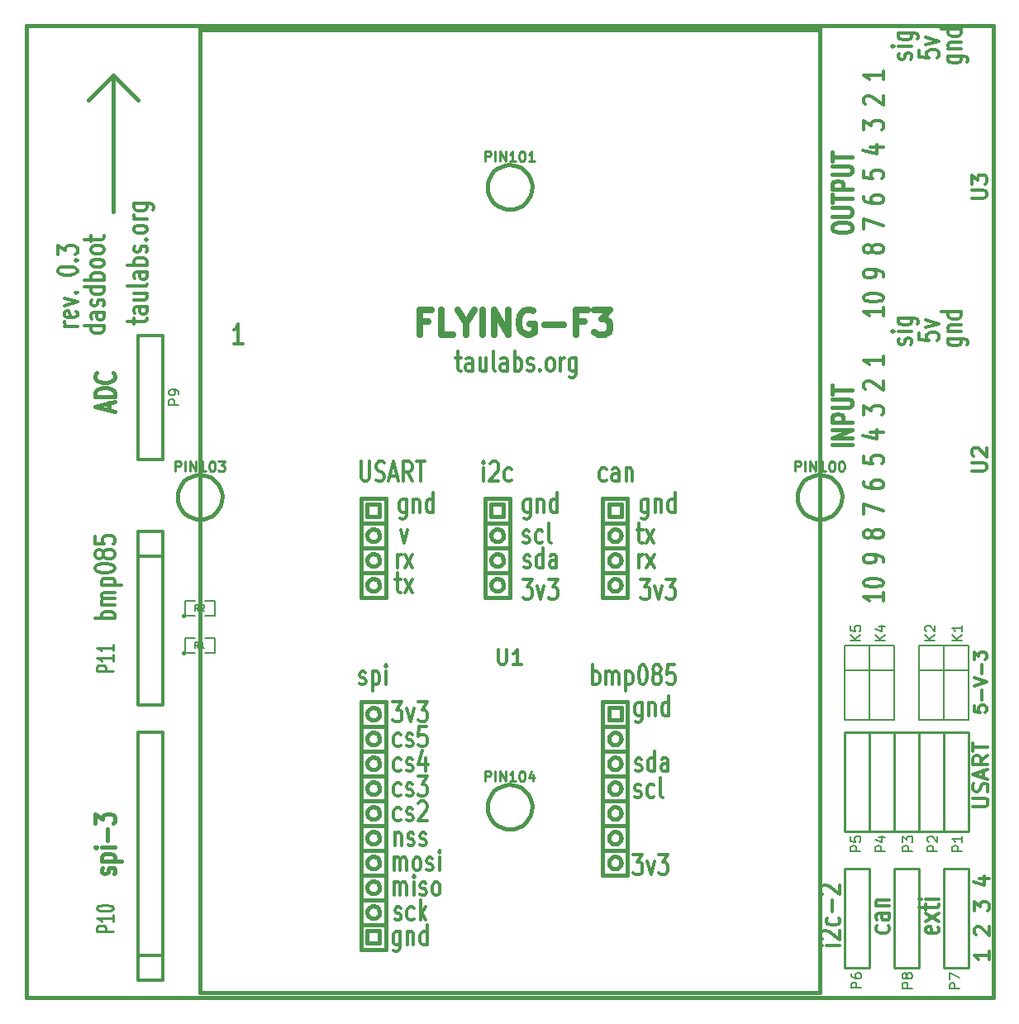
<source format=gto>
G04 (created by PCBNEW-RS274X (2012-01-19 BZR 3256)-stable) date 5/8/2013 11:12:38 PM*
G01*
G70*
G90*
%MOIN*%
G04 Gerber Fmt 3.4, Leading zero omitted, Abs format*
%FSLAX34Y34*%
G04 APERTURE LIST*
%ADD10C,0.000100*%
%ADD11C,0.015000*%
%ADD12C,0.012000*%
%ADD13C,0.025000*%
%ADD14C,0.010000*%
%ADD15C,0.006000*%
%ADD16C,0.005000*%
%ADD17C,0.008000*%
%ADD18C,0.010700*%
G04 APERTURE END LIST*
G54D10*
G54D11*
X41000Y-19150D02*
X66000Y-19150D01*
X73000Y-58200D02*
X72600Y-58200D01*
X73000Y-57800D02*
X73000Y-58200D01*
X34000Y-57600D02*
X34000Y-58200D01*
G54D12*
X48787Y-46274D02*
X49158Y-46274D01*
X48958Y-46579D01*
X49044Y-46579D01*
X49101Y-46617D01*
X49130Y-46655D01*
X49158Y-46731D01*
X49158Y-46921D01*
X49130Y-46998D01*
X49101Y-47036D01*
X49044Y-47074D01*
X48872Y-47074D01*
X48815Y-47036D01*
X48787Y-46998D01*
X49358Y-46540D02*
X49501Y-47074D01*
X49643Y-46540D01*
X49815Y-46274D02*
X50186Y-46274D01*
X49986Y-46579D01*
X50072Y-46579D01*
X50129Y-46617D01*
X50158Y-46655D01*
X50186Y-46731D01*
X50186Y-46921D01*
X50158Y-46998D01*
X50129Y-47036D01*
X50072Y-47074D01*
X49900Y-47074D01*
X49843Y-47036D01*
X49815Y-46998D01*
X49115Y-48036D02*
X49058Y-48074D01*
X48944Y-48074D01*
X48886Y-48036D01*
X48858Y-47998D01*
X48829Y-47921D01*
X48829Y-47693D01*
X48858Y-47617D01*
X48886Y-47579D01*
X48944Y-47540D01*
X49058Y-47540D01*
X49115Y-47579D01*
X49343Y-48036D02*
X49400Y-48074D01*
X49515Y-48074D01*
X49572Y-48036D01*
X49600Y-47960D01*
X49600Y-47921D01*
X49572Y-47845D01*
X49515Y-47807D01*
X49429Y-47807D01*
X49372Y-47769D01*
X49343Y-47693D01*
X49343Y-47655D01*
X49372Y-47579D01*
X49429Y-47540D01*
X49515Y-47540D01*
X49572Y-47579D01*
X50144Y-47274D02*
X49858Y-47274D01*
X49829Y-47655D01*
X49858Y-47617D01*
X49915Y-47579D01*
X50058Y-47579D01*
X50115Y-47617D01*
X50144Y-47655D01*
X50172Y-47731D01*
X50172Y-47921D01*
X50144Y-47998D01*
X50115Y-48036D01*
X50058Y-48074D01*
X49915Y-48074D01*
X49858Y-48036D01*
X49829Y-47998D01*
X49115Y-49036D02*
X49058Y-49074D01*
X48944Y-49074D01*
X48886Y-49036D01*
X48858Y-48998D01*
X48829Y-48921D01*
X48829Y-48693D01*
X48858Y-48617D01*
X48886Y-48579D01*
X48944Y-48540D01*
X49058Y-48540D01*
X49115Y-48579D01*
X49343Y-49036D02*
X49400Y-49074D01*
X49515Y-49074D01*
X49572Y-49036D01*
X49600Y-48960D01*
X49600Y-48921D01*
X49572Y-48845D01*
X49515Y-48807D01*
X49429Y-48807D01*
X49372Y-48769D01*
X49343Y-48693D01*
X49343Y-48655D01*
X49372Y-48579D01*
X49429Y-48540D01*
X49515Y-48540D01*
X49572Y-48579D01*
X50115Y-48540D02*
X50115Y-49074D01*
X49972Y-48236D02*
X49829Y-48807D01*
X50201Y-48807D01*
X49115Y-50036D02*
X49058Y-50074D01*
X48944Y-50074D01*
X48886Y-50036D01*
X48858Y-49998D01*
X48829Y-49921D01*
X48829Y-49693D01*
X48858Y-49617D01*
X48886Y-49579D01*
X48944Y-49540D01*
X49058Y-49540D01*
X49115Y-49579D01*
X49343Y-50036D02*
X49400Y-50074D01*
X49515Y-50074D01*
X49572Y-50036D01*
X49600Y-49960D01*
X49600Y-49921D01*
X49572Y-49845D01*
X49515Y-49807D01*
X49429Y-49807D01*
X49372Y-49769D01*
X49343Y-49693D01*
X49343Y-49655D01*
X49372Y-49579D01*
X49429Y-49540D01*
X49515Y-49540D01*
X49572Y-49579D01*
X49801Y-49274D02*
X50172Y-49274D01*
X49972Y-49579D01*
X50058Y-49579D01*
X50115Y-49617D01*
X50144Y-49655D01*
X50172Y-49731D01*
X50172Y-49921D01*
X50144Y-49998D01*
X50115Y-50036D01*
X50058Y-50074D01*
X49886Y-50074D01*
X49829Y-50036D01*
X49801Y-49998D01*
X49115Y-51036D02*
X49058Y-51074D01*
X48944Y-51074D01*
X48886Y-51036D01*
X48858Y-50998D01*
X48829Y-50921D01*
X48829Y-50693D01*
X48858Y-50617D01*
X48886Y-50579D01*
X48944Y-50540D01*
X49058Y-50540D01*
X49115Y-50579D01*
X49343Y-51036D02*
X49400Y-51074D01*
X49515Y-51074D01*
X49572Y-51036D01*
X49600Y-50960D01*
X49600Y-50921D01*
X49572Y-50845D01*
X49515Y-50807D01*
X49429Y-50807D01*
X49372Y-50769D01*
X49343Y-50693D01*
X49343Y-50655D01*
X49372Y-50579D01*
X49429Y-50540D01*
X49515Y-50540D01*
X49572Y-50579D01*
X49829Y-50350D02*
X49858Y-50312D01*
X49915Y-50274D01*
X50058Y-50274D01*
X50115Y-50312D01*
X50144Y-50350D01*
X50172Y-50426D01*
X50172Y-50502D01*
X50144Y-50617D01*
X49801Y-51074D01*
X50172Y-51074D01*
X48886Y-51540D02*
X48886Y-52074D01*
X48886Y-51617D02*
X48914Y-51579D01*
X48972Y-51540D01*
X49057Y-51540D01*
X49114Y-51579D01*
X49143Y-51655D01*
X49143Y-52074D01*
X49400Y-52036D02*
X49457Y-52074D01*
X49572Y-52074D01*
X49629Y-52036D01*
X49657Y-51960D01*
X49657Y-51921D01*
X49629Y-51845D01*
X49572Y-51807D01*
X49486Y-51807D01*
X49429Y-51769D01*
X49400Y-51693D01*
X49400Y-51655D01*
X49429Y-51579D01*
X49486Y-51540D01*
X49572Y-51540D01*
X49629Y-51579D01*
X49886Y-52036D02*
X49943Y-52074D01*
X50058Y-52074D01*
X50115Y-52036D01*
X50143Y-51960D01*
X50143Y-51921D01*
X50115Y-51845D01*
X50058Y-51807D01*
X49972Y-51807D01*
X49915Y-51769D01*
X49886Y-51693D01*
X49886Y-51655D01*
X49915Y-51579D01*
X49972Y-51540D01*
X50058Y-51540D01*
X50115Y-51579D01*
X48836Y-53074D02*
X48836Y-52540D01*
X48836Y-52617D02*
X48864Y-52579D01*
X48922Y-52540D01*
X49007Y-52540D01*
X49064Y-52579D01*
X49093Y-52655D01*
X49093Y-53074D01*
X49093Y-52655D02*
X49122Y-52579D01*
X49179Y-52540D01*
X49264Y-52540D01*
X49322Y-52579D01*
X49350Y-52655D01*
X49350Y-53074D01*
X49722Y-53074D02*
X49664Y-53036D01*
X49636Y-52998D01*
X49607Y-52921D01*
X49607Y-52693D01*
X49636Y-52617D01*
X49664Y-52579D01*
X49722Y-52540D01*
X49807Y-52540D01*
X49864Y-52579D01*
X49893Y-52617D01*
X49922Y-52693D01*
X49922Y-52921D01*
X49893Y-52998D01*
X49864Y-53036D01*
X49807Y-53074D01*
X49722Y-53074D01*
X50150Y-53036D02*
X50207Y-53074D01*
X50322Y-53074D01*
X50379Y-53036D01*
X50407Y-52960D01*
X50407Y-52921D01*
X50379Y-52845D01*
X50322Y-52807D01*
X50236Y-52807D01*
X50179Y-52769D01*
X50150Y-52693D01*
X50150Y-52655D01*
X50179Y-52579D01*
X50236Y-52540D01*
X50322Y-52540D01*
X50379Y-52579D01*
X50665Y-53074D02*
X50665Y-52540D01*
X50665Y-52274D02*
X50636Y-52312D01*
X50665Y-52350D01*
X50693Y-52312D01*
X50665Y-52274D01*
X50665Y-52350D01*
X48836Y-54074D02*
X48836Y-53540D01*
X48836Y-53617D02*
X48864Y-53579D01*
X48922Y-53540D01*
X49007Y-53540D01*
X49064Y-53579D01*
X49093Y-53655D01*
X49093Y-54074D01*
X49093Y-53655D02*
X49122Y-53579D01*
X49179Y-53540D01*
X49264Y-53540D01*
X49322Y-53579D01*
X49350Y-53655D01*
X49350Y-54074D01*
X49636Y-54074D02*
X49636Y-53540D01*
X49636Y-53274D02*
X49607Y-53312D01*
X49636Y-53350D01*
X49664Y-53312D01*
X49636Y-53274D01*
X49636Y-53350D01*
X49893Y-54036D02*
X49950Y-54074D01*
X50065Y-54074D01*
X50122Y-54036D01*
X50150Y-53960D01*
X50150Y-53921D01*
X50122Y-53845D01*
X50065Y-53807D01*
X49979Y-53807D01*
X49922Y-53769D01*
X49893Y-53693D01*
X49893Y-53655D01*
X49922Y-53579D01*
X49979Y-53540D01*
X50065Y-53540D01*
X50122Y-53579D01*
X50494Y-54074D02*
X50436Y-54036D01*
X50408Y-53998D01*
X50379Y-53921D01*
X50379Y-53693D01*
X50408Y-53617D01*
X50436Y-53579D01*
X50494Y-53540D01*
X50579Y-53540D01*
X50636Y-53579D01*
X50665Y-53617D01*
X50694Y-53693D01*
X50694Y-53921D01*
X50665Y-53998D01*
X50636Y-54036D01*
X50579Y-54074D01*
X50494Y-54074D01*
X48871Y-55036D02*
X48928Y-55074D01*
X49043Y-55074D01*
X49100Y-55036D01*
X49128Y-54960D01*
X49128Y-54921D01*
X49100Y-54845D01*
X49043Y-54807D01*
X48957Y-54807D01*
X48900Y-54769D01*
X48871Y-54693D01*
X48871Y-54655D01*
X48900Y-54579D01*
X48957Y-54540D01*
X49043Y-54540D01*
X49100Y-54579D01*
X49643Y-55036D02*
X49586Y-55074D01*
X49472Y-55074D01*
X49414Y-55036D01*
X49386Y-54998D01*
X49357Y-54921D01*
X49357Y-54693D01*
X49386Y-54617D01*
X49414Y-54579D01*
X49472Y-54540D01*
X49586Y-54540D01*
X49643Y-54579D01*
X49900Y-55074D02*
X49900Y-54274D01*
X49957Y-54769D02*
X50128Y-55074D01*
X50128Y-54540D02*
X49900Y-54845D01*
X49086Y-55540D02*
X49086Y-56188D01*
X49057Y-56264D01*
X49029Y-56302D01*
X48972Y-56340D01*
X48886Y-56340D01*
X48829Y-56302D01*
X49086Y-56036D02*
X49029Y-56074D01*
X48915Y-56074D01*
X48857Y-56036D01*
X48829Y-55998D01*
X48800Y-55921D01*
X48800Y-55693D01*
X48829Y-55617D01*
X48857Y-55579D01*
X48915Y-55540D01*
X49029Y-55540D01*
X49086Y-55579D01*
X49372Y-55540D02*
X49372Y-56074D01*
X49372Y-55617D02*
X49400Y-55579D01*
X49458Y-55540D01*
X49543Y-55540D01*
X49600Y-55579D01*
X49629Y-55655D01*
X49629Y-56074D01*
X50172Y-56074D02*
X50172Y-55274D01*
X50172Y-56036D02*
X50115Y-56074D01*
X50001Y-56074D01*
X49943Y-56036D01*
X49915Y-55998D01*
X49886Y-55921D01*
X49886Y-55693D01*
X49915Y-55617D01*
X49943Y-55579D01*
X50001Y-55540D01*
X50115Y-55540D01*
X50172Y-55579D01*
X47457Y-45536D02*
X47514Y-45574D01*
X47629Y-45574D01*
X47686Y-45536D01*
X47714Y-45460D01*
X47714Y-45421D01*
X47686Y-45345D01*
X47629Y-45307D01*
X47543Y-45307D01*
X47486Y-45269D01*
X47457Y-45193D01*
X47457Y-45155D01*
X47486Y-45079D01*
X47543Y-45040D01*
X47629Y-45040D01*
X47686Y-45079D01*
X47972Y-45040D02*
X47972Y-45840D01*
X47972Y-45079D02*
X48029Y-45040D01*
X48143Y-45040D01*
X48200Y-45079D01*
X48229Y-45117D01*
X48258Y-45193D01*
X48258Y-45421D01*
X48229Y-45498D01*
X48200Y-45536D01*
X48143Y-45574D01*
X48029Y-45574D01*
X47972Y-45536D01*
X48515Y-45574D02*
X48515Y-45040D01*
X48515Y-44774D02*
X48486Y-44812D01*
X48515Y-44850D01*
X48543Y-44812D01*
X48515Y-44774D01*
X48515Y-44850D01*
G54D11*
X48250Y-55500D02*
X47750Y-55500D01*
X48250Y-56000D02*
X48250Y-55500D01*
X47750Y-56000D02*
X48250Y-56000D01*
X47750Y-55500D02*
X47750Y-56000D01*
X48250Y-54750D02*
X48245Y-54798D01*
X48231Y-54845D01*
X48208Y-54888D01*
X48177Y-54926D01*
X48139Y-54957D01*
X48096Y-54980D01*
X48050Y-54994D01*
X48001Y-54999D01*
X47954Y-54995D01*
X47907Y-54981D01*
X47864Y-54959D01*
X47826Y-54928D01*
X47794Y-54891D01*
X47771Y-54848D01*
X47756Y-54801D01*
X47751Y-54753D01*
X47755Y-54705D01*
X47768Y-54658D01*
X47790Y-54615D01*
X47821Y-54577D01*
X47858Y-54545D01*
X47900Y-54521D01*
X47947Y-54506D01*
X47995Y-54501D01*
X48043Y-54504D01*
X48090Y-54517D01*
X48133Y-54539D01*
X48172Y-54569D01*
X48204Y-54606D01*
X48228Y-54649D01*
X48243Y-54695D01*
X48249Y-54744D01*
X48250Y-54750D01*
X48250Y-53750D02*
X48245Y-53798D01*
X48231Y-53845D01*
X48208Y-53888D01*
X48177Y-53926D01*
X48139Y-53957D01*
X48096Y-53980D01*
X48050Y-53994D01*
X48001Y-53999D01*
X47954Y-53995D01*
X47907Y-53981D01*
X47864Y-53959D01*
X47826Y-53928D01*
X47794Y-53891D01*
X47771Y-53848D01*
X47756Y-53801D01*
X47751Y-53753D01*
X47755Y-53705D01*
X47768Y-53658D01*
X47790Y-53615D01*
X47821Y-53577D01*
X47858Y-53545D01*
X47900Y-53521D01*
X47947Y-53506D01*
X47995Y-53501D01*
X48043Y-53504D01*
X48090Y-53517D01*
X48133Y-53539D01*
X48172Y-53569D01*
X48204Y-53606D01*
X48228Y-53649D01*
X48243Y-53695D01*
X48249Y-53744D01*
X48250Y-53750D01*
X48250Y-52750D02*
X48245Y-52798D01*
X48231Y-52845D01*
X48208Y-52888D01*
X48177Y-52926D01*
X48139Y-52957D01*
X48096Y-52980D01*
X48050Y-52994D01*
X48001Y-52999D01*
X47954Y-52995D01*
X47907Y-52981D01*
X47864Y-52959D01*
X47826Y-52928D01*
X47794Y-52891D01*
X47771Y-52848D01*
X47756Y-52801D01*
X47751Y-52753D01*
X47755Y-52705D01*
X47768Y-52658D01*
X47790Y-52615D01*
X47821Y-52577D01*
X47858Y-52545D01*
X47900Y-52521D01*
X47947Y-52506D01*
X47995Y-52501D01*
X48043Y-52504D01*
X48090Y-52517D01*
X48133Y-52539D01*
X48172Y-52569D01*
X48204Y-52606D01*
X48228Y-52649D01*
X48243Y-52695D01*
X48249Y-52744D01*
X48250Y-52750D01*
X48250Y-51750D02*
X48245Y-51798D01*
X48231Y-51845D01*
X48208Y-51888D01*
X48177Y-51926D01*
X48139Y-51957D01*
X48096Y-51980D01*
X48050Y-51994D01*
X48001Y-51999D01*
X47954Y-51995D01*
X47907Y-51981D01*
X47864Y-51959D01*
X47826Y-51928D01*
X47794Y-51891D01*
X47771Y-51848D01*
X47756Y-51801D01*
X47751Y-51753D01*
X47755Y-51705D01*
X47768Y-51658D01*
X47790Y-51615D01*
X47821Y-51577D01*
X47858Y-51545D01*
X47900Y-51521D01*
X47947Y-51506D01*
X47995Y-51501D01*
X48043Y-51504D01*
X48090Y-51517D01*
X48133Y-51539D01*
X48172Y-51569D01*
X48204Y-51606D01*
X48228Y-51649D01*
X48243Y-51695D01*
X48249Y-51744D01*
X48250Y-51750D01*
X48250Y-50750D02*
X48245Y-50798D01*
X48231Y-50845D01*
X48208Y-50888D01*
X48177Y-50926D01*
X48139Y-50957D01*
X48096Y-50980D01*
X48050Y-50994D01*
X48001Y-50999D01*
X47954Y-50995D01*
X47907Y-50981D01*
X47864Y-50959D01*
X47826Y-50928D01*
X47794Y-50891D01*
X47771Y-50848D01*
X47756Y-50801D01*
X47751Y-50753D01*
X47755Y-50705D01*
X47768Y-50658D01*
X47790Y-50615D01*
X47821Y-50577D01*
X47858Y-50545D01*
X47900Y-50521D01*
X47947Y-50506D01*
X47995Y-50501D01*
X48043Y-50504D01*
X48090Y-50517D01*
X48133Y-50539D01*
X48172Y-50569D01*
X48204Y-50606D01*
X48228Y-50649D01*
X48243Y-50695D01*
X48249Y-50744D01*
X48250Y-50750D01*
X48250Y-49750D02*
X48245Y-49798D01*
X48231Y-49845D01*
X48208Y-49888D01*
X48177Y-49926D01*
X48139Y-49957D01*
X48096Y-49980D01*
X48050Y-49994D01*
X48001Y-49999D01*
X47954Y-49995D01*
X47907Y-49981D01*
X47864Y-49959D01*
X47826Y-49928D01*
X47794Y-49891D01*
X47771Y-49848D01*
X47756Y-49801D01*
X47751Y-49753D01*
X47755Y-49705D01*
X47768Y-49658D01*
X47790Y-49615D01*
X47821Y-49577D01*
X47858Y-49545D01*
X47900Y-49521D01*
X47947Y-49506D01*
X47995Y-49501D01*
X48043Y-49504D01*
X48090Y-49517D01*
X48133Y-49539D01*
X48172Y-49569D01*
X48204Y-49606D01*
X48228Y-49649D01*
X48243Y-49695D01*
X48249Y-49744D01*
X48250Y-49750D01*
X48250Y-48750D02*
X48245Y-48798D01*
X48231Y-48845D01*
X48208Y-48888D01*
X48177Y-48926D01*
X48139Y-48957D01*
X48096Y-48980D01*
X48050Y-48994D01*
X48001Y-48999D01*
X47954Y-48995D01*
X47907Y-48981D01*
X47864Y-48959D01*
X47826Y-48928D01*
X47794Y-48891D01*
X47771Y-48848D01*
X47756Y-48801D01*
X47751Y-48753D01*
X47755Y-48705D01*
X47768Y-48658D01*
X47790Y-48615D01*
X47821Y-48577D01*
X47858Y-48545D01*
X47900Y-48521D01*
X47947Y-48506D01*
X47995Y-48501D01*
X48043Y-48504D01*
X48090Y-48517D01*
X48133Y-48539D01*
X48172Y-48569D01*
X48204Y-48606D01*
X48228Y-48649D01*
X48243Y-48695D01*
X48249Y-48744D01*
X48250Y-48750D01*
X48250Y-47750D02*
X48245Y-47798D01*
X48231Y-47845D01*
X48208Y-47888D01*
X48177Y-47926D01*
X48139Y-47957D01*
X48096Y-47980D01*
X48050Y-47994D01*
X48001Y-47999D01*
X47954Y-47995D01*
X47907Y-47981D01*
X47864Y-47959D01*
X47826Y-47928D01*
X47794Y-47891D01*
X47771Y-47848D01*
X47756Y-47801D01*
X47751Y-47753D01*
X47755Y-47705D01*
X47768Y-47658D01*
X47790Y-47615D01*
X47821Y-47577D01*
X47858Y-47545D01*
X47900Y-47521D01*
X47947Y-47506D01*
X47995Y-47501D01*
X48043Y-47504D01*
X48090Y-47517D01*
X48133Y-47539D01*
X48172Y-47569D01*
X48204Y-47606D01*
X48228Y-47649D01*
X48243Y-47695D01*
X48249Y-47744D01*
X48250Y-47750D01*
X48250Y-46750D02*
X48245Y-46798D01*
X48231Y-46845D01*
X48208Y-46888D01*
X48177Y-46926D01*
X48139Y-46957D01*
X48096Y-46980D01*
X48050Y-46994D01*
X48001Y-46999D01*
X47954Y-46995D01*
X47907Y-46981D01*
X47864Y-46959D01*
X47826Y-46928D01*
X47794Y-46891D01*
X47771Y-46848D01*
X47756Y-46801D01*
X47751Y-46753D01*
X47755Y-46705D01*
X47768Y-46658D01*
X47790Y-46615D01*
X47821Y-46577D01*
X47858Y-46545D01*
X47900Y-46521D01*
X47947Y-46506D01*
X47995Y-46501D01*
X48043Y-46504D01*
X48090Y-46517D01*
X48133Y-46539D01*
X48172Y-46569D01*
X48204Y-46606D01*
X48228Y-46649D01*
X48243Y-46695D01*
X48249Y-46744D01*
X48250Y-46750D01*
X48500Y-56250D02*
X48500Y-55750D01*
X47500Y-56250D02*
X48500Y-56250D01*
X47500Y-55750D02*
X47500Y-56250D01*
X47500Y-55250D02*
X48500Y-55250D01*
X47500Y-54250D02*
X48500Y-54250D01*
X47500Y-53250D02*
X48500Y-53250D01*
X47500Y-52250D02*
X48500Y-52250D01*
X47500Y-51250D02*
X48500Y-51250D01*
X47500Y-50250D02*
X48500Y-50250D01*
X47500Y-49250D02*
X48500Y-49250D01*
X47500Y-48250D02*
X48500Y-48250D01*
X47500Y-47250D02*
X48500Y-47250D01*
X47500Y-55750D02*
X47500Y-46250D01*
X48500Y-46250D02*
X48500Y-55750D01*
X47500Y-46250D02*
X48500Y-46250D01*
G54D12*
X56844Y-45574D02*
X56844Y-44774D01*
X56844Y-45079D02*
X56901Y-45040D01*
X57015Y-45040D01*
X57072Y-45079D01*
X57101Y-45117D01*
X57130Y-45193D01*
X57130Y-45421D01*
X57101Y-45498D01*
X57072Y-45536D01*
X57015Y-45574D01*
X56901Y-45574D01*
X56844Y-45536D01*
X57387Y-45574D02*
X57387Y-45040D01*
X57387Y-45117D02*
X57415Y-45079D01*
X57473Y-45040D01*
X57558Y-45040D01*
X57615Y-45079D01*
X57644Y-45155D01*
X57644Y-45574D01*
X57644Y-45155D02*
X57673Y-45079D01*
X57730Y-45040D01*
X57815Y-45040D01*
X57873Y-45079D01*
X57901Y-45155D01*
X57901Y-45574D01*
X58187Y-45040D02*
X58187Y-45840D01*
X58187Y-45079D02*
X58244Y-45040D01*
X58358Y-45040D01*
X58415Y-45079D01*
X58444Y-45117D01*
X58473Y-45193D01*
X58473Y-45421D01*
X58444Y-45498D01*
X58415Y-45536D01*
X58358Y-45574D01*
X58244Y-45574D01*
X58187Y-45536D01*
X58844Y-44774D02*
X58901Y-44774D01*
X58958Y-44812D01*
X58987Y-44850D01*
X59016Y-44926D01*
X59044Y-45079D01*
X59044Y-45269D01*
X59016Y-45421D01*
X58987Y-45498D01*
X58958Y-45536D01*
X58901Y-45574D01*
X58844Y-45574D01*
X58787Y-45536D01*
X58758Y-45498D01*
X58730Y-45421D01*
X58701Y-45269D01*
X58701Y-45079D01*
X58730Y-44926D01*
X58758Y-44850D01*
X58787Y-44812D01*
X58844Y-44774D01*
X59387Y-45117D02*
X59329Y-45079D01*
X59301Y-45040D01*
X59272Y-44964D01*
X59272Y-44926D01*
X59301Y-44850D01*
X59329Y-44812D01*
X59387Y-44774D01*
X59501Y-44774D01*
X59558Y-44812D01*
X59587Y-44850D01*
X59615Y-44926D01*
X59615Y-44964D01*
X59587Y-45040D01*
X59558Y-45079D01*
X59501Y-45117D01*
X59387Y-45117D01*
X59329Y-45155D01*
X59301Y-45193D01*
X59272Y-45269D01*
X59272Y-45421D01*
X59301Y-45498D01*
X59329Y-45536D01*
X59387Y-45574D01*
X59501Y-45574D01*
X59558Y-45536D01*
X59587Y-45498D01*
X59615Y-45421D01*
X59615Y-45269D01*
X59587Y-45193D01*
X59558Y-45155D01*
X59501Y-45117D01*
X60158Y-44774D02*
X59872Y-44774D01*
X59843Y-45155D01*
X59872Y-45117D01*
X59929Y-45079D01*
X60072Y-45079D01*
X60129Y-45117D01*
X60158Y-45155D01*
X60186Y-45231D01*
X60186Y-45421D01*
X60158Y-45498D01*
X60129Y-45536D01*
X60072Y-45574D01*
X59929Y-45574D01*
X59872Y-45536D01*
X59843Y-45498D01*
X58487Y-52424D02*
X58858Y-52424D01*
X58658Y-52729D01*
X58744Y-52729D01*
X58801Y-52767D01*
X58830Y-52805D01*
X58858Y-52881D01*
X58858Y-53071D01*
X58830Y-53148D01*
X58801Y-53186D01*
X58744Y-53224D01*
X58572Y-53224D01*
X58515Y-53186D01*
X58487Y-53148D01*
X59058Y-52690D02*
X59201Y-53224D01*
X59343Y-52690D01*
X59515Y-52424D02*
X59886Y-52424D01*
X59686Y-52729D01*
X59772Y-52729D01*
X59829Y-52767D01*
X59858Y-52805D01*
X59886Y-52881D01*
X59886Y-53071D01*
X59858Y-53148D01*
X59829Y-53186D01*
X59772Y-53224D01*
X59600Y-53224D01*
X59543Y-53186D01*
X59515Y-53148D01*
X58557Y-50086D02*
X58614Y-50124D01*
X58729Y-50124D01*
X58786Y-50086D01*
X58814Y-50010D01*
X58814Y-49971D01*
X58786Y-49895D01*
X58729Y-49857D01*
X58643Y-49857D01*
X58586Y-49819D01*
X58557Y-49743D01*
X58557Y-49705D01*
X58586Y-49629D01*
X58643Y-49590D01*
X58729Y-49590D01*
X58786Y-49629D01*
X59329Y-50086D02*
X59272Y-50124D01*
X59158Y-50124D01*
X59100Y-50086D01*
X59072Y-50048D01*
X59043Y-49971D01*
X59043Y-49743D01*
X59072Y-49667D01*
X59100Y-49629D01*
X59158Y-49590D01*
X59272Y-49590D01*
X59329Y-49629D01*
X59672Y-50124D02*
X59614Y-50086D01*
X59586Y-50010D01*
X59586Y-49324D01*
X58578Y-49036D02*
X58635Y-49074D01*
X58750Y-49074D01*
X58807Y-49036D01*
X58835Y-48960D01*
X58835Y-48921D01*
X58807Y-48845D01*
X58750Y-48807D01*
X58664Y-48807D01*
X58607Y-48769D01*
X58578Y-48693D01*
X58578Y-48655D01*
X58607Y-48579D01*
X58664Y-48540D01*
X58750Y-48540D01*
X58807Y-48579D01*
X59350Y-49074D02*
X59350Y-48274D01*
X59350Y-49036D02*
X59293Y-49074D01*
X59179Y-49074D01*
X59121Y-49036D01*
X59093Y-48998D01*
X59064Y-48921D01*
X59064Y-48693D01*
X59093Y-48617D01*
X59121Y-48579D01*
X59179Y-48540D01*
X59293Y-48540D01*
X59350Y-48579D01*
X59893Y-49074D02*
X59893Y-48655D01*
X59864Y-48579D01*
X59807Y-48540D01*
X59693Y-48540D01*
X59636Y-48579D01*
X59893Y-49036D02*
X59836Y-49074D01*
X59693Y-49074D01*
X59636Y-49036D01*
X59607Y-48960D01*
X59607Y-48883D01*
X59636Y-48807D01*
X59693Y-48769D01*
X59836Y-48769D01*
X59893Y-48731D01*
X58836Y-46290D02*
X58836Y-46938D01*
X58807Y-47014D01*
X58779Y-47052D01*
X58722Y-47090D01*
X58636Y-47090D01*
X58579Y-47052D01*
X58836Y-46786D02*
X58779Y-46824D01*
X58665Y-46824D01*
X58607Y-46786D01*
X58579Y-46748D01*
X58550Y-46671D01*
X58550Y-46443D01*
X58579Y-46367D01*
X58607Y-46329D01*
X58665Y-46290D01*
X58779Y-46290D01*
X58836Y-46329D01*
X59122Y-46290D02*
X59122Y-46824D01*
X59122Y-46367D02*
X59150Y-46329D01*
X59208Y-46290D01*
X59293Y-46290D01*
X59350Y-46329D01*
X59379Y-46405D01*
X59379Y-46824D01*
X59922Y-46824D02*
X59922Y-46024D01*
X59922Y-46786D02*
X59865Y-46824D01*
X59751Y-46824D01*
X59693Y-46786D01*
X59665Y-46748D01*
X59636Y-46671D01*
X59636Y-46443D01*
X59665Y-46367D01*
X59693Y-46329D01*
X59751Y-46290D01*
X59865Y-46290D01*
X59922Y-46329D01*
G54D11*
X57500Y-47000D02*
X57500Y-46500D01*
X58000Y-47000D02*
X57500Y-47000D01*
X58000Y-46500D02*
X58000Y-47000D01*
X57500Y-46500D02*
X58000Y-46500D01*
X58000Y-52750D02*
X57995Y-52798D01*
X57981Y-52845D01*
X57958Y-52888D01*
X57927Y-52926D01*
X57889Y-52957D01*
X57846Y-52980D01*
X57800Y-52994D01*
X57751Y-52999D01*
X57704Y-52995D01*
X57657Y-52981D01*
X57614Y-52959D01*
X57576Y-52928D01*
X57544Y-52891D01*
X57521Y-52848D01*
X57506Y-52801D01*
X57501Y-52753D01*
X57505Y-52705D01*
X57518Y-52658D01*
X57540Y-52615D01*
X57571Y-52577D01*
X57608Y-52545D01*
X57650Y-52521D01*
X57697Y-52506D01*
X57745Y-52501D01*
X57793Y-52504D01*
X57840Y-52517D01*
X57883Y-52539D01*
X57922Y-52569D01*
X57954Y-52606D01*
X57978Y-52649D01*
X57993Y-52695D01*
X57999Y-52744D01*
X58000Y-52750D01*
X58000Y-51750D02*
X57995Y-51798D01*
X57981Y-51845D01*
X57958Y-51888D01*
X57927Y-51926D01*
X57889Y-51957D01*
X57846Y-51980D01*
X57800Y-51994D01*
X57751Y-51999D01*
X57704Y-51995D01*
X57657Y-51981D01*
X57614Y-51959D01*
X57576Y-51928D01*
X57544Y-51891D01*
X57521Y-51848D01*
X57506Y-51801D01*
X57501Y-51753D01*
X57505Y-51705D01*
X57518Y-51658D01*
X57540Y-51615D01*
X57571Y-51577D01*
X57608Y-51545D01*
X57650Y-51521D01*
X57697Y-51506D01*
X57745Y-51501D01*
X57793Y-51504D01*
X57840Y-51517D01*
X57883Y-51539D01*
X57922Y-51569D01*
X57954Y-51606D01*
X57978Y-51649D01*
X57993Y-51695D01*
X57999Y-51744D01*
X58000Y-51750D01*
X58000Y-50750D02*
X57995Y-50798D01*
X57981Y-50845D01*
X57958Y-50888D01*
X57927Y-50926D01*
X57889Y-50957D01*
X57846Y-50980D01*
X57800Y-50994D01*
X57751Y-50999D01*
X57704Y-50995D01*
X57657Y-50981D01*
X57614Y-50959D01*
X57576Y-50928D01*
X57544Y-50891D01*
X57521Y-50848D01*
X57506Y-50801D01*
X57501Y-50753D01*
X57505Y-50705D01*
X57518Y-50658D01*
X57540Y-50615D01*
X57571Y-50577D01*
X57608Y-50545D01*
X57650Y-50521D01*
X57697Y-50506D01*
X57745Y-50501D01*
X57793Y-50504D01*
X57840Y-50517D01*
X57883Y-50539D01*
X57922Y-50569D01*
X57954Y-50606D01*
X57978Y-50649D01*
X57993Y-50695D01*
X57999Y-50744D01*
X58000Y-50750D01*
X58000Y-49750D02*
X57995Y-49798D01*
X57981Y-49845D01*
X57958Y-49888D01*
X57927Y-49926D01*
X57889Y-49957D01*
X57846Y-49980D01*
X57800Y-49994D01*
X57751Y-49999D01*
X57704Y-49995D01*
X57657Y-49981D01*
X57614Y-49959D01*
X57576Y-49928D01*
X57544Y-49891D01*
X57521Y-49848D01*
X57506Y-49801D01*
X57501Y-49753D01*
X57505Y-49705D01*
X57518Y-49658D01*
X57540Y-49615D01*
X57571Y-49577D01*
X57608Y-49545D01*
X57650Y-49521D01*
X57697Y-49506D01*
X57745Y-49501D01*
X57793Y-49504D01*
X57840Y-49517D01*
X57883Y-49539D01*
X57922Y-49569D01*
X57954Y-49606D01*
X57978Y-49649D01*
X57993Y-49695D01*
X57999Y-49744D01*
X58000Y-49750D01*
X58000Y-48750D02*
X57995Y-48798D01*
X57981Y-48845D01*
X57958Y-48888D01*
X57927Y-48926D01*
X57889Y-48957D01*
X57846Y-48980D01*
X57800Y-48994D01*
X57751Y-48999D01*
X57704Y-48995D01*
X57657Y-48981D01*
X57614Y-48959D01*
X57576Y-48928D01*
X57544Y-48891D01*
X57521Y-48848D01*
X57506Y-48801D01*
X57501Y-48753D01*
X57505Y-48705D01*
X57518Y-48658D01*
X57540Y-48615D01*
X57571Y-48577D01*
X57608Y-48545D01*
X57650Y-48521D01*
X57697Y-48506D01*
X57745Y-48501D01*
X57793Y-48504D01*
X57840Y-48517D01*
X57883Y-48539D01*
X57922Y-48569D01*
X57954Y-48606D01*
X57978Y-48649D01*
X57993Y-48695D01*
X57999Y-48744D01*
X58000Y-48750D01*
X58000Y-47750D02*
X57995Y-47798D01*
X57981Y-47845D01*
X57958Y-47888D01*
X57927Y-47926D01*
X57889Y-47957D01*
X57846Y-47980D01*
X57800Y-47994D01*
X57751Y-47999D01*
X57704Y-47995D01*
X57657Y-47981D01*
X57614Y-47959D01*
X57576Y-47928D01*
X57544Y-47891D01*
X57521Y-47848D01*
X57506Y-47801D01*
X57501Y-47753D01*
X57505Y-47705D01*
X57518Y-47658D01*
X57540Y-47615D01*
X57571Y-47577D01*
X57608Y-47545D01*
X57650Y-47521D01*
X57697Y-47506D01*
X57745Y-47501D01*
X57793Y-47504D01*
X57840Y-47517D01*
X57883Y-47539D01*
X57922Y-47569D01*
X57954Y-47606D01*
X57978Y-47649D01*
X57993Y-47695D01*
X57999Y-47744D01*
X58000Y-47750D01*
X57250Y-52250D02*
X58250Y-52250D01*
X57250Y-51250D02*
X58250Y-51250D01*
X57250Y-50250D02*
X58250Y-50250D01*
X57250Y-49250D02*
X58250Y-49250D01*
X57250Y-48250D02*
X58250Y-48250D01*
X57250Y-47250D02*
X58250Y-47250D01*
X58250Y-46250D02*
X57250Y-46250D01*
X58250Y-53250D02*
X58250Y-46250D01*
X57250Y-53250D02*
X58250Y-53250D01*
X57250Y-46250D02*
X57250Y-53250D01*
G54D12*
X38340Y-31022D02*
X38340Y-30793D01*
X38074Y-30936D02*
X38760Y-30936D01*
X38836Y-30908D01*
X38874Y-30850D01*
X38874Y-30793D01*
X38874Y-30336D02*
X38455Y-30336D01*
X38379Y-30365D01*
X38340Y-30422D01*
X38340Y-30536D01*
X38379Y-30593D01*
X38836Y-30336D02*
X38874Y-30393D01*
X38874Y-30536D01*
X38836Y-30593D01*
X38760Y-30622D01*
X38683Y-30622D01*
X38607Y-30593D01*
X38569Y-30536D01*
X38569Y-30393D01*
X38531Y-30336D01*
X38340Y-29793D02*
X38874Y-29793D01*
X38340Y-30050D02*
X38760Y-30050D01*
X38836Y-30022D01*
X38874Y-29964D01*
X38874Y-29879D01*
X38836Y-29822D01*
X38798Y-29793D01*
X38874Y-29421D02*
X38836Y-29479D01*
X38760Y-29507D01*
X38074Y-29507D01*
X38874Y-28936D02*
X38455Y-28936D01*
X38379Y-28965D01*
X38340Y-29022D01*
X38340Y-29136D01*
X38379Y-29193D01*
X38836Y-28936D02*
X38874Y-28993D01*
X38874Y-29136D01*
X38836Y-29193D01*
X38760Y-29222D01*
X38683Y-29222D01*
X38607Y-29193D01*
X38569Y-29136D01*
X38569Y-28993D01*
X38531Y-28936D01*
X38874Y-28650D02*
X38074Y-28650D01*
X38379Y-28650D02*
X38340Y-28593D01*
X38340Y-28479D01*
X38379Y-28422D01*
X38417Y-28393D01*
X38493Y-28364D01*
X38721Y-28364D01*
X38798Y-28393D01*
X38836Y-28422D01*
X38874Y-28479D01*
X38874Y-28593D01*
X38836Y-28650D01*
X38836Y-28136D02*
X38874Y-28079D01*
X38874Y-27964D01*
X38836Y-27907D01*
X38760Y-27879D01*
X38721Y-27879D01*
X38645Y-27907D01*
X38607Y-27964D01*
X38607Y-28050D01*
X38569Y-28107D01*
X38493Y-28136D01*
X38455Y-28136D01*
X38379Y-28107D01*
X38340Y-28050D01*
X38340Y-27964D01*
X38379Y-27907D01*
X38798Y-27621D02*
X38836Y-27593D01*
X38874Y-27621D01*
X38836Y-27650D01*
X38798Y-27621D01*
X38874Y-27621D01*
X38874Y-27249D02*
X38836Y-27307D01*
X38798Y-27335D01*
X38721Y-27364D01*
X38493Y-27364D01*
X38417Y-27335D01*
X38379Y-27307D01*
X38340Y-27249D01*
X38340Y-27164D01*
X38379Y-27107D01*
X38417Y-27078D01*
X38493Y-27049D01*
X38721Y-27049D01*
X38798Y-27078D01*
X38836Y-27107D01*
X38874Y-27164D01*
X38874Y-27249D01*
X38874Y-26792D02*
X38340Y-26792D01*
X38493Y-26792D02*
X38417Y-26764D01*
X38379Y-26735D01*
X38340Y-26678D01*
X38340Y-26621D01*
X38340Y-26164D02*
X38988Y-26164D01*
X39064Y-26193D01*
X39102Y-26221D01*
X39140Y-26278D01*
X39140Y-26364D01*
X39102Y-26421D01*
X38836Y-26164D02*
X38874Y-26221D01*
X38874Y-26335D01*
X38836Y-26393D01*
X38798Y-26421D01*
X38721Y-26450D01*
X38493Y-26450D01*
X38417Y-26421D01*
X38379Y-26393D01*
X38340Y-26335D01*
X38340Y-26221D01*
X38379Y-26164D01*
X57400Y-37336D02*
X57343Y-37374D01*
X57229Y-37374D01*
X57171Y-37336D01*
X57143Y-37298D01*
X57114Y-37221D01*
X57114Y-36993D01*
X57143Y-36917D01*
X57171Y-36879D01*
X57229Y-36840D01*
X57343Y-36840D01*
X57400Y-36879D01*
X57914Y-37374D02*
X57914Y-36955D01*
X57885Y-36879D01*
X57828Y-36840D01*
X57714Y-36840D01*
X57657Y-36879D01*
X57914Y-37336D02*
X57857Y-37374D01*
X57714Y-37374D01*
X57657Y-37336D01*
X57628Y-37260D01*
X57628Y-37183D01*
X57657Y-37107D01*
X57714Y-37069D01*
X57857Y-37069D01*
X57914Y-37031D01*
X58200Y-36840D02*
X58200Y-37374D01*
X58200Y-36917D02*
X58228Y-36879D01*
X58286Y-36840D01*
X58371Y-36840D01*
X58428Y-36879D01*
X58457Y-36955D01*
X58457Y-37374D01*
X58787Y-41324D02*
X59158Y-41324D01*
X58958Y-41629D01*
X59044Y-41629D01*
X59101Y-41667D01*
X59130Y-41705D01*
X59158Y-41781D01*
X59158Y-41971D01*
X59130Y-42048D01*
X59101Y-42086D01*
X59044Y-42124D01*
X58872Y-42124D01*
X58815Y-42086D01*
X58787Y-42048D01*
X59358Y-41590D02*
X59501Y-42124D01*
X59643Y-41590D01*
X59815Y-41324D02*
X60186Y-41324D01*
X59986Y-41629D01*
X60072Y-41629D01*
X60129Y-41667D01*
X60158Y-41705D01*
X60186Y-41781D01*
X60186Y-41971D01*
X60158Y-42048D01*
X60129Y-42086D01*
X60072Y-42124D01*
X59900Y-42124D01*
X59843Y-42086D01*
X59815Y-42048D01*
X58715Y-40874D02*
X58715Y-40340D01*
X58715Y-40493D02*
X58743Y-40417D01*
X58772Y-40379D01*
X58829Y-40340D01*
X58886Y-40340D01*
X59029Y-40874D02*
X59343Y-40340D01*
X59029Y-40340D02*
X59343Y-40874D01*
X58643Y-39340D02*
X58872Y-39340D01*
X58729Y-39074D02*
X58729Y-39760D01*
X58757Y-39836D01*
X58815Y-39874D01*
X58872Y-39874D01*
X59015Y-39874D02*
X59329Y-39340D01*
X59015Y-39340D02*
X59329Y-39874D01*
X59086Y-38090D02*
X59086Y-38738D01*
X59057Y-38814D01*
X59029Y-38852D01*
X58972Y-38890D01*
X58886Y-38890D01*
X58829Y-38852D01*
X59086Y-38586D02*
X59029Y-38624D01*
X58915Y-38624D01*
X58857Y-38586D01*
X58829Y-38548D01*
X58800Y-38471D01*
X58800Y-38243D01*
X58829Y-38167D01*
X58857Y-38129D01*
X58915Y-38090D01*
X59029Y-38090D01*
X59086Y-38129D01*
X59372Y-38090D02*
X59372Y-38624D01*
X59372Y-38167D02*
X59400Y-38129D01*
X59458Y-38090D01*
X59543Y-38090D01*
X59600Y-38129D01*
X59629Y-38205D01*
X59629Y-38624D01*
X60172Y-38624D02*
X60172Y-37824D01*
X60172Y-38586D02*
X60115Y-38624D01*
X60001Y-38624D01*
X59943Y-38586D01*
X59915Y-38548D01*
X59886Y-38471D01*
X59886Y-38243D01*
X59915Y-38167D01*
X59943Y-38129D01*
X60001Y-38090D01*
X60115Y-38090D01*
X60172Y-38129D01*
G54D11*
X58000Y-41550D02*
X57995Y-41598D01*
X57981Y-41645D01*
X57958Y-41688D01*
X57927Y-41726D01*
X57889Y-41757D01*
X57846Y-41780D01*
X57800Y-41794D01*
X57751Y-41799D01*
X57704Y-41795D01*
X57657Y-41781D01*
X57614Y-41759D01*
X57576Y-41728D01*
X57544Y-41691D01*
X57521Y-41648D01*
X57506Y-41601D01*
X57501Y-41553D01*
X57505Y-41505D01*
X57518Y-41458D01*
X57540Y-41415D01*
X57571Y-41377D01*
X57608Y-41345D01*
X57650Y-41321D01*
X57697Y-41306D01*
X57745Y-41301D01*
X57793Y-41304D01*
X57840Y-41317D01*
X57883Y-41339D01*
X57922Y-41369D01*
X57954Y-41406D01*
X57978Y-41449D01*
X57993Y-41495D01*
X57999Y-41544D01*
X58000Y-41550D01*
X58000Y-40550D02*
X57995Y-40598D01*
X57981Y-40645D01*
X57958Y-40688D01*
X57927Y-40726D01*
X57889Y-40757D01*
X57846Y-40780D01*
X57800Y-40794D01*
X57751Y-40799D01*
X57704Y-40795D01*
X57657Y-40781D01*
X57614Y-40759D01*
X57576Y-40728D01*
X57544Y-40691D01*
X57521Y-40648D01*
X57506Y-40601D01*
X57501Y-40553D01*
X57505Y-40505D01*
X57518Y-40458D01*
X57540Y-40415D01*
X57571Y-40377D01*
X57608Y-40345D01*
X57650Y-40321D01*
X57697Y-40306D01*
X57745Y-40301D01*
X57793Y-40304D01*
X57840Y-40317D01*
X57883Y-40339D01*
X57922Y-40369D01*
X57954Y-40406D01*
X57978Y-40449D01*
X57993Y-40495D01*
X57999Y-40544D01*
X58000Y-40550D01*
X58000Y-39550D02*
X57995Y-39598D01*
X57981Y-39645D01*
X57958Y-39688D01*
X57927Y-39726D01*
X57889Y-39757D01*
X57846Y-39780D01*
X57800Y-39794D01*
X57751Y-39799D01*
X57704Y-39795D01*
X57657Y-39781D01*
X57614Y-39759D01*
X57576Y-39728D01*
X57544Y-39691D01*
X57521Y-39648D01*
X57506Y-39601D01*
X57501Y-39553D01*
X57505Y-39505D01*
X57518Y-39458D01*
X57540Y-39415D01*
X57571Y-39377D01*
X57608Y-39345D01*
X57650Y-39321D01*
X57697Y-39306D01*
X57745Y-39301D01*
X57793Y-39304D01*
X57840Y-39317D01*
X57883Y-39339D01*
X57922Y-39369D01*
X57954Y-39406D01*
X57978Y-39449D01*
X57993Y-39495D01*
X57999Y-39544D01*
X58000Y-39550D01*
X58000Y-38300D02*
X57500Y-38300D01*
X58000Y-38800D02*
X58000Y-38300D01*
X57500Y-38800D02*
X58000Y-38800D01*
X57500Y-38300D02*
X57500Y-38800D01*
X57250Y-41050D02*
X58250Y-41050D01*
X57250Y-40050D02*
X58250Y-40050D01*
X57250Y-39050D02*
X58250Y-39050D01*
X58250Y-38050D02*
X57250Y-38050D01*
X58250Y-42050D02*
X58250Y-38050D01*
X57250Y-42050D02*
X58250Y-42050D01*
X57250Y-38050D02*
X57250Y-42050D01*
G54D12*
X52458Y-37374D02*
X52458Y-36840D01*
X52458Y-36574D02*
X52429Y-36612D01*
X52458Y-36650D01*
X52486Y-36612D01*
X52458Y-36574D01*
X52458Y-36650D01*
X52715Y-36650D02*
X52744Y-36612D01*
X52801Y-36574D01*
X52944Y-36574D01*
X53001Y-36612D01*
X53030Y-36650D01*
X53058Y-36726D01*
X53058Y-36802D01*
X53030Y-36917D01*
X52687Y-37374D01*
X53058Y-37374D01*
X53572Y-37336D02*
X53515Y-37374D01*
X53401Y-37374D01*
X53343Y-37336D01*
X53315Y-37298D01*
X53286Y-37221D01*
X53286Y-36993D01*
X53315Y-36917D01*
X53343Y-36879D01*
X53401Y-36840D01*
X53515Y-36840D01*
X53572Y-36879D01*
X54037Y-41324D02*
X54408Y-41324D01*
X54208Y-41629D01*
X54294Y-41629D01*
X54351Y-41667D01*
X54380Y-41705D01*
X54408Y-41781D01*
X54408Y-41971D01*
X54380Y-42048D01*
X54351Y-42086D01*
X54294Y-42124D01*
X54122Y-42124D01*
X54065Y-42086D01*
X54037Y-42048D01*
X54608Y-41590D02*
X54751Y-42124D01*
X54893Y-41590D01*
X55065Y-41324D02*
X55436Y-41324D01*
X55236Y-41629D01*
X55322Y-41629D01*
X55379Y-41667D01*
X55408Y-41705D01*
X55436Y-41781D01*
X55436Y-41971D01*
X55408Y-42048D01*
X55379Y-42086D01*
X55322Y-42124D01*
X55150Y-42124D01*
X55093Y-42086D01*
X55065Y-42048D01*
X54078Y-40836D02*
X54135Y-40874D01*
X54250Y-40874D01*
X54307Y-40836D01*
X54335Y-40760D01*
X54335Y-40721D01*
X54307Y-40645D01*
X54250Y-40607D01*
X54164Y-40607D01*
X54107Y-40569D01*
X54078Y-40493D01*
X54078Y-40455D01*
X54107Y-40379D01*
X54164Y-40340D01*
X54250Y-40340D01*
X54307Y-40379D01*
X54850Y-40874D02*
X54850Y-40074D01*
X54850Y-40836D02*
X54793Y-40874D01*
X54679Y-40874D01*
X54621Y-40836D01*
X54593Y-40798D01*
X54564Y-40721D01*
X54564Y-40493D01*
X54593Y-40417D01*
X54621Y-40379D01*
X54679Y-40340D01*
X54793Y-40340D01*
X54850Y-40379D01*
X55393Y-40874D02*
X55393Y-40455D01*
X55364Y-40379D01*
X55307Y-40340D01*
X55193Y-40340D01*
X55136Y-40379D01*
X55393Y-40836D02*
X55336Y-40874D01*
X55193Y-40874D01*
X55136Y-40836D01*
X55107Y-40760D01*
X55107Y-40683D01*
X55136Y-40607D01*
X55193Y-40569D01*
X55336Y-40569D01*
X55393Y-40531D01*
X54057Y-39836D02*
X54114Y-39874D01*
X54229Y-39874D01*
X54286Y-39836D01*
X54314Y-39760D01*
X54314Y-39721D01*
X54286Y-39645D01*
X54229Y-39607D01*
X54143Y-39607D01*
X54086Y-39569D01*
X54057Y-39493D01*
X54057Y-39455D01*
X54086Y-39379D01*
X54143Y-39340D01*
X54229Y-39340D01*
X54286Y-39379D01*
X54829Y-39836D02*
X54772Y-39874D01*
X54658Y-39874D01*
X54600Y-39836D01*
X54572Y-39798D01*
X54543Y-39721D01*
X54543Y-39493D01*
X54572Y-39417D01*
X54600Y-39379D01*
X54658Y-39340D01*
X54772Y-39340D01*
X54829Y-39379D01*
X55172Y-39874D02*
X55114Y-39836D01*
X55086Y-39760D01*
X55086Y-39074D01*
X54336Y-38090D02*
X54336Y-38738D01*
X54307Y-38814D01*
X54279Y-38852D01*
X54222Y-38890D01*
X54136Y-38890D01*
X54079Y-38852D01*
X54336Y-38586D02*
X54279Y-38624D01*
X54165Y-38624D01*
X54107Y-38586D01*
X54079Y-38548D01*
X54050Y-38471D01*
X54050Y-38243D01*
X54079Y-38167D01*
X54107Y-38129D01*
X54165Y-38090D01*
X54279Y-38090D01*
X54336Y-38129D01*
X54622Y-38090D02*
X54622Y-38624D01*
X54622Y-38167D02*
X54650Y-38129D01*
X54708Y-38090D01*
X54793Y-38090D01*
X54850Y-38129D01*
X54879Y-38205D01*
X54879Y-38624D01*
X55422Y-38624D02*
X55422Y-37824D01*
X55422Y-38586D02*
X55365Y-38624D01*
X55251Y-38624D01*
X55193Y-38586D01*
X55165Y-38548D01*
X55136Y-38471D01*
X55136Y-38243D01*
X55165Y-38167D01*
X55193Y-38129D01*
X55251Y-38090D01*
X55365Y-38090D01*
X55422Y-38129D01*
G54D11*
X48250Y-41550D02*
X48245Y-41598D01*
X48231Y-41645D01*
X48208Y-41688D01*
X48177Y-41726D01*
X48139Y-41757D01*
X48096Y-41780D01*
X48050Y-41794D01*
X48001Y-41799D01*
X47954Y-41795D01*
X47907Y-41781D01*
X47864Y-41759D01*
X47826Y-41728D01*
X47794Y-41691D01*
X47771Y-41648D01*
X47756Y-41601D01*
X47751Y-41553D01*
X47755Y-41505D01*
X47768Y-41458D01*
X47790Y-41415D01*
X47821Y-41377D01*
X47858Y-41345D01*
X47900Y-41321D01*
X47947Y-41306D01*
X47995Y-41301D01*
X48043Y-41304D01*
X48090Y-41317D01*
X48133Y-41339D01*
X48172Y-41369D01*
X48204Y-41406D01*
X48228Y-41449D01*
X48243Y-41495D01*
X48249Y-41544D01*
X48250Y-41550D01*
X48250Y-40550D02*
X48245Y-40598D01*
X48231Y-40645D01*
X48208Y-40688D01*
X48177Y-40726D01*
X48139Y-40757D01*
X48096Y-40780D01*
X48050Y-40794D01*
X48001Y-40799D01*
X47954Y-40795D01*
X47907Y-40781D01*
X47864Y-40759D01*
X47826Y-40728D01*
X47794Y-40691D01*
X47771Y-40648D01*
X47756Y-40601D01*
X47751Y-40553D01*
X47755Y-40505D01*
X47768Y-40458D01*
X47790Y-40415D01*
X47821Y-40377D01*
X47858Y-40345D01*
X47900Y-40321D01*
X47947Y-40306D01*
X47995Y-40301D01*
X48043Y-40304D01*
X48090Y-40317D01*
X48133Y-40339D01*
X48172Y-40369D01*
X48204Y-40406D01*
X48228Y-40449D01*
X48243Y-40495D01*
X48249Y-40544D01*
X48250Y-40550D01*
X48250Y-39550D02*
X48245Y-39598D01*
X48231Y-39645D01*
X48208Y-39688D01*
X48177Y-39726D01*
X48139Y-39757D01*
X48096Y-39780D01*
X48050Y-39794D01*
X48001Y-39799D01*
X47954Y-39795D01*
X47907Y-39781D01*
X47864Y-39759D01*
X47826Y-39728D01*
X47794Y-39691D01*
X47771Y-39648D01*
X47756Y-39601D01*
X47751Y-39553D01*
X47755Y-39505D01*
X47768Y-39458D01*
X47790Y-39415D01*
X47821Y-39377D01*
X47858Y-39345D01*
X47900Y-39321D01*
X47947Y-39306D01*
X47995Y-39301D01*
X48043Y-39304D01*
X48090Y-39317D01*
X48133Y-39339D01*
X48172Y-39369D01*
X48204Y-39406D01*
X48228Y-39449D01*
X48243Y-39495D01*
X48249Y-39544D01*
X48250Y-39550D01*
X53250Y-38300D02*
X52750Y-38300D01*
X53250Y-38800D02*
X53250Y-38300D01*
X52750Y-38800D02*
X53250Y-38800D01*
X52750Y-38300D02*
X52750Y-38800D01*
X53250Y-41550D02*
X53245Y-41598D01*
X53231Y-41645D01*
X53208Y-41688D01*
X53177Y-41726D01*
X53139Y-41757D01*
X53096Y-41780D01*
X53050Y-41794D01*
X53001Y-41799D01*
X52954Y-41795D01*
X52907Y-41781D01*
X52864Y-41759D01*
X52826Y-41728D01*
X52794Y-41691D01*
X52771Y-41648D01*
X52756Y-41601D01*
X52751Y-41553D01*
X52755Y-41505D01*
X52768Y-41458D01*
X52790Y-41415D01*
X52821Y-41377D01*
X52858Y-41345D01*
X52900Y-41321D01*
X52947Y-41306D01*
X52995Y-41301D01*
X53043Y-41304D01*
X53090Y-41317D01*
X53133Y-41339D01*
X53172Y-41369D01*
X53204Y-41406D01*
X53228Y-41449D01*
X53243Y-41495D01*
X53249Y-41544D01*
X53250Y-41550D01*
X53250Y-40550D02*
X53245Y-40598D01*
X53231Y-40645D01*
X53208Y-40688D01*
X53177Y-40726D01*
X53139Y-40757D01*
X53096Y-40780D01*
X53050Y-40794D01*
X53001Y-40799D01*
X52954Y-40795D01*
X52907Y-40781D01*
X52864Y-40759D01*
X52826Y-40728D01*
X52794Y-40691D01*
X52771Y-40648D01*
X52756Y-40601D01*
X52751Y-40553D01*
X52755Y-40505D01*
X52768Y-40458D01*
X52790Y-40415D01*
X52821Y-40377D01*
X52858Y-40345D01*
X52900Y-40321D01*
X52947Y-40306D01*
X52995Y-40301D01*
X53043Y-40304D01*
X53090Y-40317D01*
X53133Y-40339D01*
X53172Y-40369D01*
X53204Y-40406D01*
X53228Y-40449D01*
X53243Y-40495D01*
X53249Y-40544D01*
X53250Y-40550D01*
X53250Y-39550D02*
X53245Y-39598D01*
X53231Y-39645D01*
X53208Y-39688D01*
X53177Y-39726D01*
X53139Y-39757D01*
X53096Y-39780D01*
X53050Y-39794D01*
X53001Y-39799D01*
X52954Y-39795D01*
X52907Y-39781D01*
X52864Y-39759D01*
X52826Y-39728D01*
X52794Y-39691D01*
X52771Y-39648D01*
X52756Y-39601D01*
X52751Y-39553D01*
X52755Y-39505D01*
X52768Y-39458D01*
X52790Y-39415D01*
X52821Y-39377D01*
X52858Y-39345D01*
X52900Y-39321D01*
X52947Y-39306D01*
X52995Y-39301D01*
X53043Y-39304D01*
X53090Y-39317D01*
X53133Y-39339D01*
X53172Y-39369D01*
X53204Y-39406D01*
X53228Y-39449D01*
X53243Y-39495D01*
X53249Y-39544D01*
X53250Y-39550D01*
X52500Y-41050D02*
X53500Y-41050D01*
X52500Y-40050D02*
X53500Y-40050D01*
X52500Y-39050D02*
X53500Y-39050D01*
X53500Y-38050D02*
X52500Y-38050D01*
X53500Y-42050D02*
X53500Y-38050D01*
X52500Y-42050D02*
X53500Y-42050D01*
X52500Y-38050D02*
X52500Y-42050D01*
G54D12*
X47508Y-36574D02*
X47508Y-37221D01*
X47536Y-37298D01*
X47565Y-37336D01*
X47622Y-37374D01*
X47736Y-37374D01*
X47794Y-37336D01*
X47822Y-37298D01*
X47851Y-37221D01*
X47851Y-36574D01*
X48108Y-37336D02*
X48194Y-37374D01*
X48337Y-37374D01*
X48394Y-37336D01*
X48423Y-37298D01*
X48451Y-37221D01*
X48451Y-37145D01*
X48423Y-37069D01*
X48394Y-37031D01*
X48337Y-36993D01*
X48223Y-36955D01*
X48165Y-36917D01*
X48137Y-36879D01*
X48108Y-36802D01*
X48108Y-36726D01*
X48137Y-36650D01*
X48165Y-36612D01*
X48223Y-36574D01*
X48365Y-36574D01*
X48451Y-36612D01*
X48679Y-37145D02*
X48965Y-37145D01*
X48622Y-37374D02*
X48822Y-36574D01*
X49022Y-37374D01*
X49565Y-37374D02*
X49365Y-36993D01*
X49222Y-37374D02*
X49222Y-36574D01*
X49450Y-36574D01*
X49508Y-36612D01*
X49536Y-36650D01*
X49565Y-36726D01*
X49565Y-36840D01*
X49536Y-36917D01*
X49508Y-36955D01*
X49450Y-36993D01*
X49222Y-36993D01*
X49736Y-36574D02*
X50079Y-36574D01*
X49908Y-37374D02*
X49908Y-36574D01*
G54D11*
X48250Y-38300D02*
X47750Y-38300D01*
X48250Y-38800D02*
X48250Y-38300D01*
X47750Y-38800D02*
X48250Y-38800D01*
X47750Y-38300D02*
X47750Y-38800D01*
G54D12*
X48893Y-41340D02*
X49122Y-41340D01*
X48979Y-41074D02*
X48979Y-41760D01*
X49007Y-41836D01*
X49065Y-41874D01*
X49122Y-41874D01*
X49265Y-41874D02*
X49579Y-41340D01*
X49265Y-41340D02*
X49579Y-41874D01*
X48965Y-40874D02*
X48965Y-40340D01*
X48965Y-40493D02*
X48993Y-40417D01*
X49022Y-40379D01*
X49079Y-40340D01*
X49136Y-40340D01*
X49279Y-40874D02*
X49593Y-40340D01*
X49279Y-40340D02*
X49593Y-40874D01*
X49108Y-39340D02*
X49251Y-39874D01*
X49393Y-39340D01*
X49336Y-38090D02*
X49336Y-38738D01*
X49307Y-38814D01*
X49279Y-38852D01*
X49222Y-38890D01*
X49136Y-38890D01*
X49079Y-38852D01*
X49336Y-38586D02*
X49279Y-38624D01*
X49165Y-38624D01*
X49107Y-38586D01*
X49079Y-38548D01*
X49050Y-38471D01*
X49050Y-38243D01*
X49079Y-38167D01*
X49107Y-38129D01*
X49165Y-38090D01*
X49279Y-38090D01*
X49336Y-38129D01*
X49622Y-38090D02*
X49622Y-38624D01*
X49622Y-38167D02*
X49650Y-38129D01*
X49708Y-38090D01*
X49793Y-38090D01*
X49850Y-38129D01*
X49879Y-38205D01*
X49879Y-38624D01*
X50422Y-38624D02*
X50422Y-37824D01*
X50422Y-38586D02*
X50365Y-38624D01*
X50251Y-38624D01*
X50193Y-38586D01*
X50165Y-38548D01*
X50136Y-38471D01*
X50136Y-38243D01*
X50165Y-38167D01*
X50193Y-38129D01*
X50251Y-38090D01*
X50365Y-38090D01*
X50422Y-38129D01*
G54D11*
X47500Y-41050D02*
X48500Y-41050D01*
X47500Y-40050D02*
X48500Y-40050D01*
X47500Y-39050D02*
X48500Y-39050D01*
X47500Y-38050D02*
X47500Y-39050D01*
X48500Y-38050D02*
X47500Y-38050D01*
X48500Y-42050D02*
X48500Y-38050D01*
X47500Y-42050D02*
X48500Y-42050D01*
X47500Y-38050D02*
X47500Y-42050D01*
G54D12*
X72443Y-53385D02*
X72843Y-53385D01*
X72214Y-53528D02*
X72643Y-53671D01*
X72643Y-53299D01*
X72243Y-54699D02*
X72243Y-54328D01*
X72471Y-54528D01*
X72471Y-54442D01*
X72500Y-54385D01*
X72529Y-54356D01*
X72586Y-54328D01*
X72729Y-54328D01*
X72786Y-54356D01*
X72814Y-54385D01*
X72843Y-54442D01*
X72843Y-54614D01*
X72814Y-54671D01*
X72786Y-54699D01*
X72300Y-55671D02*
X72271Y-55642D01*
X72243Y-55585D01*
X72243Y-55442D01*
X72271Y-55385D01*
X72300Y-55356D01*
X72357Y-55328D01*
X72414Y-55328D01*
X72500Y-55356D01*
X72843Y-55699D01*
X72843Y-55328D01*
X72843Y-56328D02*
X72843Y-56671D01*
X72843Y-56499D02*
X72243Y-56499D01*
X72329Y-56556D01*
X72386Y-56614D01*
X72414Y-56671D01*
X68574Y-41864D02*
X68574Y-42207D01*
X68574Y-42035D02*
X67774Y-42035D01*
X67888Y-42092D01*
X67964Y-42150D01*
X68002Y-42207D01*
X67774Y-41493D02*
X67774Y-41436D01*
X67812Y-41379D01*
X67850Y-41350D01*
X67926Y-41321D01*
X68079Y-41293D01*
X68269Y-41293D01*
X68421Y-41321D01*
X68498Y-41350D01*
X68536Y-41379D01*
X68574Y-41436D01*
X68574Y-41493D01*
X68536Y-41550D01*
X68498Y-41579D01*
X68421Y-41607D01*
X68269Y-41636D01*
X68079Y-41636D01*
X67926Y-41607D01*
X67850Y-41579D01*
X67812Y-41550D01*
X67774Y-41493D01*
X68574Y-40614D02*
X68574Y-40499D01*
X68536Y-40442D01*
X68498Y-40414D01*
X68383Y-40356D01*
X68231Y-40328D01*
X67926Y-40328D01*
X67850Y-40356D01*
X67812Y-40385D01*
X67774Y-40442D01*
X67774Y-40556D01*
X67812Y-40614D01*
X67850Y-40642D01*
X67926Y-40671D01*
X68117Y-40671D01*
X68193Y-40642D01*
X68231Y-40614D01*
X68269Y-40556D01*
X68269Y-40442D01*
X68231Y-40385D01*
X68193Y-40356D01*
X68117Y-40328D01*
X68117Y-39556D02*
X68079Y-39614D01*
X68040Y-39642D01*
X67964Y-39671D01*
X67926Y-39671D01*
X67850Y-39642D01*
X67812Y-39614D01*
X67774Y-39556D01*
X67774Y-39442D01*
X67812Y-39385D01*
X67850Y-39356D01*
X67926Y-39328D01*
X67964Y-39328D01*
X68040Y-39356D01*
X68079Y-39385D01*
X68117Y-39442D01*
X68117Y-39556D01*
X68155Y-39614D01*
X68193Y-39642D01*
X68269Y-39671D01*
X68421Y-39671D01*
X68498Y-39642D01*
X68536Y-39614D01*
X68574Y-39556D01*
X68574Y-39442D01*
X68536Y-39385D01*
X68498Y-39356D01*
X68421Y-39328D01*
X68269Y-39328D01*
X68193Y-39356D01*
X68155Y-39385D01*
X68117Y-39442D01*
X67774Y-38699D02*
X67774Y-38299D01*
X68574Y-38556D01*
X67774Y-37385D02*
X67774Y-37499D01*
X67812Y-37556D01*
X67850Y-37585D01*
X67964Y-37642D01*
X68117Y-37671D01*
X68421Y-37671D01*
X68498Y-37642D01*
X68536Y-37614D01*
X68574Y-37556D01*
X68574Y-37442D01*
X68536Y-37385D01*
X68498Y-37356D01*
X68421Y-37328D01*
X68231Y-37328D01*
X68155Y-37356D01*
X68117Y-37385D01*
X68079Y-37442D01*
X68079Y-37556D01*
X68117Y-37614D01*
X68155Y-37642D01*
X68231Y-37671D01*
X67774Y-36356D02*
X67774Y-36642D01*
X68155Y-36671D01*
X68117Y-36642D01*
X68079Y-36585D01*
X68079Y-36442D01*
X68117Y-36385D01*
X68155Y-36356D01*
X68231Y-36328D01*
X68421Y-36328D01*
X68498Y-36356D01*
X68536Y-36385D01*
X68574Y-36442D01*
X68574Y-36585D01*
X68536Y-36642D01*
X68498Y-36671D01*
X68040Y-35385D02*
X68574Y-35385D01*
X67736Y-35528D02*
X68307Y-35671D01*
X68307Y-35299D01*
X67774Y-34699D02*
X67774Y-34328D01*
X68079Y-34528D01*
X68079Y-34442D01*
X68117Y-34385D01*
X68155Y-34356D01*
X68231Y-34328D01*
X68421Y-34328D01*
X68498Y-34356D01*
X68536Y-34385D01*
X68574Y-34442D01*
X68574Y-34614D01*
X68536Y-34671D01*
X68498Y-34699D01*
X67850Y-33671D02*
X67812Y-33642D01*
X67774Y-33585D01*
X67774Y-33442D01*
X67812Y-33385D01*
X67850Y-33356D01*
X67926Y-33328D01*
X68002Y-33328D01*
X68117Y-33356D01*
X68574Y-33699D01*
X68574Y-33328D01*
X68574Y-30364D02*
X68574Y-30707D01*
X68574Y-30535D02*
X67774Y-30535D01*
X67888Y-30592D01*
X67964Y-30650D01*
X68002Y-30707D01*
X67774Y-29993D02*
X67774Y-29936D01*
X67812Y-29879D01*
X67850Y-29850D01*
X67926Y-29821D01*
X68079Y-29793D01*
X68269Y-29793D01*
X68421Y-29821D01*
X68498Y-29850D01*
X68536Y-29879D01*
X68574Y-29936D01*
X68574Y-29993D01*
X68536Y-30050D01*
X68498Y-30079D01*
X68421Y-30107D01*
X68269Y-30136D01*
X68079Y-30136D01*
X67926Y-30107D01*
X67850Y-30079D01*
X67812Y-30050D01*
X67774Y-29993D01*
X68574Y-29114D02*
X68574Y-28999D01*
X68536Y-28942D01*
X68498Y-28914D01*
X68383Y-28856D01*
X68231Y-28828D01*
X67926Y-28828D01*
X67850Y-28856D01*
X67812Y-28885D01*
X67774Y-28942D01*
X67774Y-29056D01*
X67812Y-29114D01*
X67850Y-29142D01*
X67926Y-29171D01*
X68117Y-29171D01*
X68193Y-29142D01*
X68231Y-29114D01*
X68269Y-29056D01*
X68269Y-28942D01*
X68231Y-28885D01*
X68193Y-28856D01*
X68117Y-28828D01*
X68117Y-28056D02*
X68079Y-28114D01*
X68040Y-28142D01*
X67964Y-28171D01*
X67926Y-28171D01*
X67850Y-28142D01*
X67812Y-28114D01*
X67774Y-28056D01*
X67774Y-27942D01*
X67812Y-27885D01*
X67850Y-27856D01*
X67926Y-27828D01*
X67964Y-27828D01*
X68040Y-27856D01*
X68079Y-27885D01*
X68117Y-27942D01*
X68117Y-28056D01*
X68155Y-28114D01*
X68193Y-28142D01*
X68269Y-28171D01*
X68421Y-28171D01*
X68498Y-28142D01*
X68536Y-28114D01*
X68574Y-28056D01*
X68574Y-27942D01*
X68536Y-27885D01*
X68498Y-27856D01*
X68421Y-27828D01*
X68269Y-27828D01*
X68193Y-27856D01*
X68155Y-27885D01*
X68117Y-27942D01*
X67774Y-27199D02*
X67774Y-26799D01*
X68574Y-27056D01*
X67774Y-25885D02*
X67774Y-25999D01*
X67812Y-26056D01*
X67850Y-26085D01*
X67964Y-26142D01*
X68117Y-26171D01*
X68421Y-26171D01*
X68498Y-26142D01*
X68536Y-26114D01*
X68574Y-26056D01*
X68574Y-25942D01*
X68536Y-25885D01*
X68498Y-25856D01*
X68421Y-25828D01*
X68231Y-25828D01*
X68155Y-25856D01*
X68117Y-25885D01*
X68079Y-25942D01*
X68079Y-26056D01*
X68117Y-26114D01*
X68155Y-26142D01*
X68231Y-26171D01*
X67774Y-24856D02*
X67774Y-25142D01*
X68155Y-25171D01*
X68117Y-25142D01*
X68079Y-25085D01*
X68079Y-24942D01*
X68117Y-24885D01*
X68155Y-24856D01*
X68231Y-24828D01*
X68421Y-24828D01*
X68498Y-24856D01*
X68536Y-24885D01*
X68574Y-24942D01*
X68574Y-25085D01*
X68536Y-25142D01*
X68498Y-25171D01*
X68040Y-23885D02*
X68574Y-23885D01*
X67736Y-24028D02*
X68307Y-24171D01*
X68307Y-23799D01*
X67774Y-23199D02*
X67774Y-22828D01*
X68079Y-23028D01*
X68079Y-22942D01*
X68117Y-22885D01*
X68155Y-22856D01*
X68231Y-22828D01*
X68421Y-22828D01*
X68498Y-22856D01*
X68536Y-22885D01*
X68574Y-22942D01*
X68574Y-23114D01*
X68536Y-23171D01*
X68498Y-23199D01*
X67850Y-22171D02*
X67812Y-22142D01*
X67774Y-22085D01*
X67774Y-21942D01*
X67812Y-21885D01*
X67850Y-21856D01*
X67926Y-21828D01*
X68002Y-21828D01*
X68117Y-21856D01*
X68574Y-22199D01*
X68574Y-21828D01*
X70786Y-55343D02*
X70824Y-55400D01*
X70824Y-55514D01*
X70786Y-55571D01*
X70710Y-55600D01*
X70405Y-55600D01*
X70329Y-55571D01*
X70290Y-55514D01*
X70290Y-55400D01*
X70329Y-55343D01*
X70405Y-55314D01*
X70481Y-55314D01*
X70557Y-55600D01*
X70824Y-55114D02*
X70290Y-54800D01*
X70290Y-55114D02*
X70824Y-54800D01*
X70290Y-54657D02*
X70290Y-54428D01*
X70024Y-54571D02*
X70710Y-54571D01*
X70786Y-54543D01*
X70824Y-54485D01*
X70824Y-54428D01*
X70824Y-54228D02*
X70290Y-54228D01*
X70024Y-54228D02*
X70062Y-54257D01*
X70100Y-54228D01*
X70062Y-54200D01*
X70024Y-54228D01*
X70100Y-54228D01*
X68786Y-55300D02*
X68824Y-55357D01*
X68824Y-55471D01*
X68786Y-55529D01*
X68748Y-55557D01*
X68671Y-55586D01*
X68443Y-55586D01*
X68367Y-55557D01*
X68329Y-55529D01*
X68290Y-55471D01*
X68290Y-55357D01*
X68329Y-55300D01*
X68824Y-54786D02*
X68405Y-54786D01*
X68329Y-54815D01*
X68290Y-54872D01*
X68290Y-54986D01*
X68329Y-55043D01*
X68786Y-54786D02*
X68824Y-54843D01*
X68824Y-54986D01*
X68786Y-55043D01*
X68710Y-55072D01*
X68633Y-55072D01*
X68557Y-55043D01*
X68519Y-54986D01*
X68519Y-54843D01*
X68481Y-54786D01*
X68290Y-54500D02*
X68824Y-54500D01*
X68367Y-54500D02*
X68329Y-54472D01*
X68290Y-54414D01*
X68290Y-54329D01*
X68329Y-54272D01*
X68405Y-54243D01*
X68824Y-54243D01*
X66824Y-56099D02*
X66290Y-56099D01*
X66024Y-56099D02*
X66062Y-56128D01*
X66100Y-56099D01*
X66062Y-56071D01*
X66024Y-56099D01*
X66100Y-56099D01*
X66100Y-55842D02*
X66062Y-55813D01*
X66024Y-55756D01*
X66024Y-55613D01*
X66062Y-55556D01*
X66100Y-55527D01*
X66176Y-55499D01*
X66252Y-55499D01*
X66367Y-55527D01*
X66824Y-55870D01*
X66824Y-55499D01*
X66786Y-54985D02*
X66824Y-55042D01*
X66824Y-55156D01*
X66786Y-55214D01*
X66748Y-55242D01*
X66671Y-55271D01*
X66443Y-55271D01*
X66367Y-55242D01*
X66329Y-55214D01*
X66290Y-55156D01*
X66290Y-55042D01*
X66329Y-54985D01*
X66519Y-54728D02*
X66519Y-54271D01*
X66100Y-54014D02*
X66062Y-53985D01*
X66024Y-53928D01*
X66024Y-53785D01*
X66062Y-53728D01*
X66100Y-53699D01*
X66176Y-53671D01*
X66252Y-53671D01*
X66367Y-53699D01*
X66824Y-54042D01*
X66824Y-53671D01*
X51328Y-32390D02*
X51557Y-32390D01*
X51414Y-32124D02*
X51414Y-32810D01*
X51442Y-32886D01*
X51500Y-32924D01*
X51557Y-32924D01*
X52014Y-32924D02*
X52014Y-32505D01*
X51985Y-32429D01*
X51928Y-32390D01*
X51814Y-32390D01*
X51757Y-32429D01*
X52014Y-32886D02*
X51957Y-32924D01*
X51814Y-32924D01*
X51757Y-32886D01*
X51728Y-32810D01*
X51728Y-32733D01*
X51757Y-32657D01*
X51814Y-32619D01*
X51957Y-32619D01*
X52014Y-32581D01*
X52557Y-32390D02*
X52557Y-32924D01*
X52300Y-32390D02*
X52300Y-32810D01*
X52328Y-32886D01*
X52386Y-32924D01*
X52471Y-32924D01*
X52528Y-32886D01*
X52557Y-32848D01*
X52929Y-32924D02*
X52871Y-32886D01*
X52843Y-32810D01*
X52843Y-32124D01*
X53414Y-32924D02*
X53414Y-32505D01*
X53385Y-32429D01*
X53328Y-32390D01*
X53214Y-32390D01*
X53157Y-32429D01*
X53414Y-32886D02*
X53357Y-32924D01*
X53214Y-32924D01*
X53157Y-32886D01*
X53128Y-32810D01*
X53128Y-32733D01*
X53157Y-32657D01*
X53214Y-32619D01*
X53357Y-32619D01*
X53414Y-32581D01*
X53700Y-32924D02*
X53700Y-32124D01*
X53700Y-32429D02*
X53757Y-32390D01*
X53871Y-32390D01*
X53928Y-32429D01*
X53957Y-32467D01*
X53986Y-32543D01*
X53986Y-32771D01*
X53957Y-32848D01*
X53928Y-32886D01*
X53871Y-32924D01*
X53757Y-32924D01*
X53700Y-32886D01*
X54214Y-32886D02*
X54271Y-32924D01*
X54386Y-32924D01*
X54443Y-32886D01*
X54471Y-32810D01*
X54471Y-32771D01*
X54443Y-32695D01*
X54386Y-32657D01*
X54300Y-32657D01*
X54243Y-32619D01*
X54214Y-32543D01*
X54214Y-32505D01*
X54243Y-32429D01*
X54300Y-32390D01*
X54386Y-32390D01*
X54443Y-32429D01*
X54729Y-32848D02*
X54757Y-32886D01*
X54729Y-32924D01*
X54700Y-32886D01*
X54729Y-32848D01*
X54729Y-32924D01*
X55101Y-32924D02*
X55043Y-32886D01*
X55015Y-32848D01*
X54986Y-32771D01*
X54986Y-32543D01*
X55015Y-32467D01*
X55043Y-32429D01*
X55101Y-32390D01*
X55186Y-32390D01*
X55243Y-32429D01*
X55272Y-32467D01*
X55301Y-32543D01*
X55301Y-32771D01*
X55272Y-32848D01*
X55243Y-32886D01*
X55186Y-32924D01*
X55101Y-32924D01*
X55558Y-32924D02*
X55558Y-32390D01*
X55558Y-32543D02*
X55586Y-32467D01*
X55615Y-32429D01*
X55672Y-32390D01*
X55729Y-32390D01*
X56186Y-32390D02*
X56186Y-33038D01*
X56157Y-33114D01*
X56129Y-33152D01*
X56072Y-33190D01*
X55986Y-33190D01*
X55929Y-33152D01*
X56186Y-32886D02*
X56129Y-32924D01*
X56015Y-32924D01*
X55957Y-32886D01*
X55929Y-32848D01*
X55900Y-32771D01*
X55900Y-32543D01*
X55929Y-32467D01*
X55957Y-32429D01*
X56015Y-32390D01*
X56129Y-32390D01*
X56186Y-32429D01*
X71190Y-20214D02*
X71838Y-20214D01*
X71914Y-20243D01*
X71952Y-20271D01*
X71990Y-20328D01*
X71990Y-20414D01*
X71952Y-20471D01*
X71686Y-20214D02*
X71724Y-20271D01*
X71724Y-20385D01*
X71686Y-20443D01*
X71648Y-20471D01*
X71571Y-20500D01*
X71343Y-20500D01*
X71267Y-20471D01*
X71229Y-20443D01*
X71190Y-20385D01*
X71190Y-20271D01*
X71229Y-20214D01*
X71190Y-19928D02*
X71724Y-19928D01*
X71267Y-19928D02*
X71229Y-19900D01*
X71190Y-19842D01*
X71190Y-19757D01*
X71229Y-19700D01*
X71305Y-19671D01*
X71724Y-19671D01*
X71724Y-19128D02*
X70924Y-19128D01*
X71686Y-19128D02*
X71724Y-19185D01*
X71724Y-19299D01*
X71686Y-19357D01*
X71648Y-19385D01*
X71571Y-19414D01*
X71343Y-19414D01*
X71267Y-19385D01*
X71229Y-19357D01*
X71190Y-19299D01*
X71190Y-19185D01*
X71229Y-19128D01*
X70024Y-19985D02*
X70024Y-20271D01*
X70405Y-20300D01*
X70367Y-20271D01*
X70329Y-20214D01*
X70329Y-20071D01*
X70367Y-20014D01*
X70405Y-19985D01*
X70481Y-19957D01*
X70671Y-19957D01*
X70748Y-19985D01*
X70786Y-20014D01*
X70824Y-20071D01*
X70824Y-20214D01*
X70786Y-20271D01*
X70748Y-20300D01*
X70290Y-19757D02*
X70824Y-19614D01*
X70290Y-19472D01*
X69686Y-20343D02*
X69724Y-20286D01*
X69724Y-20171D01*
X69686Y-20114D01*
X69610Y-20086D01*
X69571Y-20086D01*
X69495Y-20114D01*
X69457Y-20171D01*
X69457Y-20257D01*
X69419Y-20314D01*
X69343Y-20343D01*
X69305Y-20343D01*
X69229Y-20314D01*
X69190Y-20257D01*
X69190Y-20171D01*
X69229Y-20114D01*
X69724Y-19828D02*
X69190Y-19828D01*
X68924Y-19828D02*
X68962Y-19857D01*
X69000Y-19828D01*
X68962Y-19800D01*
X68924Y-19828D01*
X69000Y-19828D01*
X69190Y-19285D02*
X69838Y-19285D01*
X69914Y-19314D01*
X69952Y-19342D01*
X69990Y-19399D01*
X69990Y-19485D01*
X69952Y-19542D01*
X69686Y-19285D02*
X69724Y-19342D01*
X69724Y-19456D01*
X69686Y-19514D01*
X69648Y-19542D01*
X69571Y-19571D01*
X69343Y-19571D01*
X69267Y-19542D01*
X69229Y-19514D01*
X69190Y-19456D01*
X69190Y-19342D01*
X69229Y-19285D01*
X71190Y-31614D02*
X71838Y-31614D01*
X71914Y-31643D01*
X71952Y-31671D01*
X71990Y-31728D01*
X71990Y-31814D01*
X71952Y-31871D01*
X71686Y-31614D02*
X71724Y-31671D01*
X71724Y-31785D01*
X71686Y-31843D01*
X71648Y-31871D01*
X71571Y-31900D01*
X71343Y-31900D01*
X71267Y-31871D01*
X71229Y-31843D01*
X71190Y-31785D01*
X71190Y-31671D01*
X71229Y-31614D01*
X71190Y-31328D02*
X71724Y-31328D01*
X71267Y-31328D02*
X71229Y-31300D01*
X71190Y-31242D01*
X71190Y-31157D01*
X71229Y-31100D01*
X71305Y-31071D01*
X71724Y-31071D01*
X71724Y-30528D02*
X70924Y-30528D01*
X71686Y-30528D02*
X71724Y-30585D01*
X71724Y-30699D01*
X71686Y-30757D01*
X71648Y-30785D01*
X71571Y-30814D01*
X71343Y-30814D01*
X71267Y-30785D01*
X71229Y-30757D01*
X71190Y-30699D01*
X71190Y-30585D01*
X71229Y-30528D01*
X70024Y-31385D02*
X70024Y-31671D01*
X70405Y-31700D01*
X70367Y-31671D01*
X70329Y-31614D01*
X70329Y-31471D01*
X70367Y-31414D01*
X70405Y-31385D01*
X70481Y-31357D01*
X70671Y-31357D01*
X70748Y-31385D01*
X70786Y-31414D01*
X70824Y-31471D01*
X70824Y-31614D01*
X70786Y-31671D01*
X70748Y-31700D01*
X70290Y-31157D02*
X70824Y-31014D01*
X70290Y-30872D01*
X69686Y-31843D02*
X69724Y-31786D01*
X69724Y-31671D01*
X69686Y-31614D01*
X69610Y-31586D01*
X69571Y-31586D01*
X69495Y-31614D01*
X69457Y-31671D01*
X69457Y-31757D01*
X69419Y-31814D01*
X69343Y-31843D01*
X69305Y-31843D01*
X69229Y-31814D01*
X69190Y-31757D01*
X69190Y-31671D01*
X69229Y-31614D01*
X69724Y-31328D02*
X69190Y-31328D01*
X68924Y-31328D02*
X68962Y-31357D01*
X69000Y-31328D01*
X68962Y-31300D01*
X68924Y-31328D01*
X69000Y-31328D01*
X69190Y-30785D02*
X69838Y-30785D01*
X69914Y-30814D01*
X69952Y-30842D01*
X69990Y-30899D01*
X69990Y-30985D01*
X69952Y-31042D01*
X69686Y-30785D02*
X69724Y-30842D01*
X69724Y-30956D01*
X69686Y-31014D01*
X69648Y-31042D01*
X69571Y-31071D01*
X69343Y-31071D01*
X69267Y-31042D01*
X69229Y-31014D01*
X69190Y-30956D01*
X69190Y-30842D01*
X69229Y-30785D01*
X72232Y-46422D02*
X72232Y-46660D01*
X72470Y-46684D01*
X72447Y-46660D01*
X72423Y-46612D01*
X72423Y-46493D01*
X72447Y-46446D01*
X72470Y-46422D01*
X72518Y-46398D01*
X72637Y-46398D01*
X72685Y-46422D01*
X72709Y-46446D01*
X72732Y-46493D01*
X72732Y-46612D01*
X72709Y-46660D01*
X72685Y-46684D01*
X72542Y-46184D02*
X72542Y-45803D01*
X72232Y-45636D02*
X72732Y-45470D01*
X72232Y-45303D01*
X72542Y-45136D02*
X72542Y-44755D01*
X72232Y-44565D02*
X72232Y-44255D01*
X72423Y-44422D01*
X72423Y-44350D01*
X72447Y-44303D01*
X72470Y-44279D01*
X72518Y-44255D01*
X72637Y-44255D01*
X72685Y-44279D01*
X72709Y-44303D01*
X72732Y-44350D01*
X72732Y-44493D01*
X72709Y-44541D01*
X72685Y-44565D01*
X37144Y-31103D02*
X36344Y-31103D01*
X37106Y-31103D02*
X37144Y-31160D01*
X37144Y-31274D01*
X37106Y-31332D01*
X37068Y-31360D01*
X36991Y-31389D01*
X36763Y-31389D01*
X36687Y-31360D01*
X36649Y-31332D01*
X36610Y-31274D01*
X36610Y-31160D01*
X36649Y-31103D01*
X37144Y-30560D02*
X36725Y-30560D01*
X36649Y-30589D01*
X36610Y-30646D01*
X36610Y-30760D01*
X36649Y-30817D01*
X37106Y-30560D02*
X37144Y-30617D01*
X37144Y-30760D01*
X37106Y-30817D01*
X37030Y-30846D01*
X36953Y-30846D01*
X36877Y-30817D01*
X36839Y-30760D01*
X36839Y-30617D01*
X36801Y-30560D01*
X37106Y-30303D02*
X37144Y-30246D01*
X37144Y-30131D01*
X37106Y-30074D01*
X37030Y-30046D01*
X36991Y-30046D01*
X36915Y-30074D01*
X36877Y-30131D01*
X36877Y-30217D01*
X36839Y-30274D01*
X36763Y-30303D01*
X36725Y-30303D01*
X36649Y-30274D01*
X36610Y-30217D01*
X36610Y-30131D01*
X36649Y-30074D01*
X37144Y-29531D02*
X36344Y-29531D01*
X37106Y-29531D02*
X37144Y-29588D01*
X37144Y-29702D01*
X37106Y-29760D01*
X37068Y-29788D01*
X36991Y-29817D01*
X36763Y-29817D01*
X36687Y-29788D01*
X36649Y-29760D01*
X36610Y-29702D01*
X36610Y-29588D01*
X36649Y-29531D01*
X37144Y-29245D02*
X36344Y-29245D01*
X36649Y-29245D02*
X36610Y-29188D01*
X36610Y-29074D01*
X36649Y-29017D01*
X36687Y-28988D01*
X36763Y-28959D01*
X36991Y-28959D01*
X37068Y-28988D01*
X37106Y-29017D01*
X37144Y-29074D01*
X37144Y-29188D01*
X37106Y-29245D01*
X37144Y-28616D02*
X37106Y-28674D01*
X37068Y-28702D01*
X36991Y-28731D01*
X36763Y-28731D01*
X36687Y-28702D01*
X36649Y-28674D01*
X36610Y-28616D01*
X36610Y-28531D01*
X36649Y-28474D01*
X36687Y-28445D01*
X36763Y-28416D01*
X36991Y-28416D01*
X37068Y-28445D01*
X37106Y-28474D01*
X37144Y-28531D01*
X37144Y-28616D01*
X37144Y-28073D02*
X37106Y-28131D01*
X37068Y-28159D01*
X36991Y-28188D01*
X36763Y-28188D01*
X36687Y-28159D01*
X36649Y-28131D01*
X36610Y-28073D01*
X36610Y-27988D01*
X36649Y-27931D01*
X36687Y-27902D01*
X36763Y-27873D01*
X36991Y-27873D01*
X37068Y-27902D01*
X37106Y-27931D01*
X37144Y-27988D01*
X37144Y-28073D01*
X36610Y-27702D02*
X36610Y-27473D01*
X36344Y-27616D02*
X37030Y-27616D01*
X37106Y-27588D01*
X37144Y-27530D01*
X37144Y-27473D01*
X36064Y-31113D02*
X35530Y-31113D01*
X35683Y-31113D02*
X35607Y-31085D01*
X35569Y-31056D01*
X35530Y-30999D01*
X35530Y-30942D01*
X36026Y-30514D02*
X36064Y-30571D01*
X36064Y-30685D01*
X36026Y-30742D01*
X35950Y-30771D01*
X35645Y-30771D01*
X35569Y-30742D01*
X35530Y-30685D01*
X35530Y-30571D01*
X35569Y-30514D01*
X35645Y-30485D01*
X35721Y-30485D01*
X35797Y-30771D01*
X35530Y-30285D02*
X36064Y-30142D01*
X35530Y-30000D01*
X35988Y-29771D02*
X36026Y-29743D01*
X36064Y-29771D01*
X36026Y-29800D01*
X35988Y-29771D01*
X36064Y-29771D01*
X35264Y-28914D02*
X35264Y-28857D01*
X35302Y-28800D01*
X35340Y-28771D01*
X35416Y-28742D01*
X35569Y-28714D01*
X35759Y-28714D01*
X35911Y-28742D01*
X35988Y-28771D01*
X36026Y-28800D01*
X36064Y-28857D01*
X36064Y-28914D01*
X36026Y-28971D01*
X35988Y-29000D01*
X35911Y-29028D01*
X35759Y-29057D01*
X35569Y-29057D01*
X35416Y-29028D01*
X35340Y-29000D01*
X35302Y-28971D01*
X35264Y-28914D01*
X35988Y-28457D02*
X36026Y-28429D01*
X36064Y-28457D01*
X36026Y-28486D01*
X35988Y-28457D01*
X36064Y-28457D01*
X35264Y-28228D02*
X35264Y-27857D01*
X35569Y-28057D01*
X35569Y-27971D01*
X35607Y-27914D01*
X35645Y-27885D01*
X35721Y-27857D01*
X35911Y-27857D01*
X35988Y-27885D01*
X36026Y-27914D01*
X36064Y-27971D01*
X36064Y-28143D01*
X36026Y-28200D01*
X35988Y-28228D01*
G54D11*
X37500Y-21000D02*
X38500Y-22000D01*
X37500Y-21000D02*
X36500Y-22000D01*
X37500Y-26500D02*
X37500Y-21000D01*
G54D12*
X42732Y-31824D02*
X42389Y-31824D01*
X42561Y-31824D02*
X42561Y-31024D01*
X42504Y-31138D01*
X42446Y-31214D01*
X42389Y-31252D01*
G54D13*
X50214Y-30931D02*
X49881Y-30931D01*
X49881Y-31455D02*
X49881Y-30455D01*
X50357Y-30455D01*
X51214Y-31455D02*
X50738Y-31455D01*
X50738Y-30455D01*
X51739Y-30979D02*
X51739Y-31455D01*
X51405Y-30455D02*
X51739Y-30979D01*
X52072Y-30455D01*
X52405Y-31455D02*
X52405Y-30455D01*
X52881Y-31455D02*
X52881Y-30455D01*
X53453Y-31455D01*
X53453Y-30455D01*
X54453Y-30502D02*
X54358Y-30455D01*
X54215Y-30455D01*
X54072Y-30502D01*
X53977Y-30598D01*
X53929Y-30693D01*
X53881Y-30883D01*
X53881Y-31026D01*
X53929Y-31217D01*
X53977Y-31312D01*
X54072Y-31407D01*
X54215Y-31455D01*
X54310Y-31455D01*
X54453Y-31407D01*
X54501Y-31360D01*
X54501Y-31026D01*
X54310Y-31026D01*
X54929Y-31074D02*
X55691Y-31074D01*
X56500Y-30931D02*
X56167Y-30931D01*
X56167Y-31455D02*
X56167Y-30455D01*
X56643Y-30455D01*
X56929Y-30455D02*
X57548Y-30455D01*
X57215Y-30836D01*
X57357Y-30836D01*
X57453Y-30883D01*
X57500Y-30931D01*
X57548Y-31026D01*
X57548Y-31264D01*
X57500Y-31360D01*
X57453Y-31407D01*
X57357Y-31455D01*
X57072Y-31455D01*
X56976Y-31407D01*
X56929Y-31360D01*
G54D12*
X37574Y-42906D02*
X36774Y-42906D01*
X37079Y-42906D02*
X37040Y-42849D01*
X37040Y-42735D01*
X37079Y-42678D01*
X37117Y-42649D01*
X37193Y-42620D01*
X37421Y-42620D01*
X37498Y-42649D01*
X37536Y-42678D01*
X37574Y-42735D01*
X37574Y-42849D01*
X37536Y-42906D01*
X37574Y-42363D02*
X37040Y-42363D01*
X37117Y-42363D02*
X37079Y-42335D01*
X37040Y-42277D01*
X37040Y-42192D01*
X37079Y-42135D01*
X37155Y-42106D01*
X37574Y-42106D01*
X37155Y-42106D02*
X37079Y-42077D01*
X37040Y-42020D01*
X37040Y-41935D01*
X37079Y-41877D01*
X37155Y-41849D01*
X37574Y-41849D01*
X37040Y-41563D02*
X37840Y-41563D01*
X37079Y-41563D02*
X37040Y-41506D01*
X37040Y-41392D01*
X37079Y-41335D01*
X37117Y-41306D01*
X37193Y-41277D01*
X37421Y-41277D01*
X37498Y-41306D01*
X37536Y-41335D01*
X37574Y-41392D01*
X37574Y-41506D01*
X37536Y-41563D01*
X36774Y-40906D02*
X36774Y-40849D01*
X36812Y-40792D01*
X36850Y-40763D01*
X36926Y-40734D01*
X37079Y-40706D01*
X37269Y-40706D01*
X37421Y-40734D01*
X37498Y-40763D01*
X37536Y-40792D01*
X37574Y-40849D01*
X37574Y-40906D01*
X37536Y-40963D01*
X37498Y-40992D01*
X37421Y-41020D01*
X37269Y-41049D01*
X37079Y-41049D01*
X36926Y-41020D01*
X36850Y-40992D01*
X36812Y-40963D01*
X36774Y-40906D01*
X37117Y-40363D02*
X37079Y-40421D01*
X37040Y-40449D01*
X36964Y-40478D01*
X36926Y-40478D01*
X36850Y-40449D01*
X36812Y-40421D01*
X36774Y-40363D01*
X36774Y-40249D01*
X36812Y-40192D01*
X36850Y-40163D01*
X36926Y-40135D01*
X36964Y-40135D01*
X37040Y-40163D01*
X37079Y-40192D01*
X37117Y-40249D01*
X37117Y-40363D01*
X37155Y-40421D01*
X37193Y-40449D01*
X37269Y-40478D01*
X37421Y-40478D01*
X37498Y-40449D01*
X37536Y-40421D01*
X37574Y-40363D01*
X37574Y-40249D01*
X37536Y-40192D01*
X37498Y-40163D01*
X37421Y-40135D01*
X37269Y-40135D01*
X37193Y-40163D01*
X37155Y-40192D01*
X37117Y-40249D01*
X36774Y-39592D02*
X36774Y-39878D01*
X37155Y-39907D01*
X37117Y-39878D01*
X37079Y-39821D01*
X37079Y-39678D01*
X37117Y-39621D01*
X37155Y-39592D01*
X37231Y-39564D01*
X37421Y-39564D01*
X37498Y-39592D01*
X37536Y-39621D01*
X37574Y-39678D01*
X37574Y-39821D01*
X37536Y-39878D01*
X37498Y-39907D01*
G54D11*
X66524Y-27193D02*
X66524Y-27079D01*
X66562Y-27021D01*
X66638Y-26964D01*
X66790Y-26936D01*
X67057Y-26936D01*
X67210Y-26964D01*
X67286Y-27021D01*
X67324Y-27079D01*
X67324Y-27193D01*
X67286Y-27250D01*
X67210Y-27307D01*
X67057Y-27336D01*
X66790Y-27336D01*
X66638Y-27307D01*
X66562Y-27250D01*
X66524Y-27193D01*
X66524Y-26678D02*
X67171Y-26678D01*
X67248Y-26650D01*
X67286Y-26621D01*
X67324Y-26564D01*
X67324Y-26450D01*
X67286Y-26392D01*
X67248Y-26364D01*
X67171Y-26335D01*
X66524Y-26335D01*
X66524Y-26135D02*
X66524Y-25792D01*
X67324Y-25963D02*
X66524Y-25963D01*
X67324Y-25592D02*
X66524Y-25592D01*
X66524Y-25364D01*
X66562Y-25306D01*
X66600Y-25278D01*
X66676Y-25249D01*
X66790Y-25249D01*
X66867Y-25278D01*
X66905Y-25306D01*
X66943Y-25364D01*
X66943Y-25592D01*
X66524Y-24992D02*
X67171Y-24992D01*
X67248Y-24964D01*
X67286Y-24935D01*
X67324Y-24878D01*
X67324Y-24764D01*
X67286Y-24706D01*
X67248Y-24678D01*
X67171Y-24649D01*
X66524Y-24649D01*
X66524Y-24449D02*
X66524Y-24106D01*
X67324Y-24277D02*
X66524Y-24277D01*
X67324Y-35907D02*
X66524Y-35907D01*
X67324Y-35621D02*
X66524Y-35621D01*
X67324Y-35278D01*
X66524Y-35278D01*
X67324Y-34992D02*
X66524Y-34992D01*
X66524Y-34764D01*
X66562Y-34706D01*
X66600Y-34678D01*
X66676Y-34649D01*
X66790Y-34649D01*
X66867Y-34678D01*
X66905Y-34706D01*
X66943Y-34764D01*
X66943Y-34992D01*
X66524Y-34392D02*
X67171Y-34392D01*
X67248Y-34364D01*
X67286Y-34335D01*
X67324Y-34278D01*
X67324Y-34164D01*
X67286Y-34106D01*
X67248Y-34078D01*
X67171Y-34049D01*
X66524Y-34049D01*
X66524Y-33849D02*
X66524Y-33506D01*
X67324Y-33677D02*
X66524Y-33677D01*
X37345Y-34493D02*
X37345Y-34207D01*
X37574Y-34550D02*
X36774Y-34350D01*
X37574Y-34150D01*
X37574Y-33950D02*
X36774Y-33950D01*
X36774Y-33807D01*
X36812Y-33722D01*
X36888Y-33664D01*
X36964Y-33636D01*
X37117Y-33607D01*
X37231Y-33607D01*
X37383Y-33636D01*
X37460Y-33664D01*
X37536Y-33722D01*
X37574Y-33807D01*
X37574Y-33950D01*
X37498Y-33007D02*
X37536Y-33036D01*
X37574Y-33122D01*
X37574Y-33179D01*
X37536Y-33264D01*
X37460Y-33322D01*
X37383Y-33350D01*
X37231Y-33379D01*
X37117Y-33379D01*
X36964Y-33350D01*
X36888Y-33322D01*
X36812Y-33264D01*
X36774Y-33179D01*
X36774Y-33122D01*
X36812Y-33036D01*
X36850Y-33007D01*
X37536Y-53200D02*
X37574Y-53143D01*
X37574Y-53028D01*
X37536Y-52971D01*
X37460Y-52943D01*
X37421Y-52943D01*
X37345Y-52971D01*
X37307Y-53028D01*
X37307Y-53114D01*
X37269Y-53171D01*
X37193Y-53200D01*
X37155Y-53200D01*
X37079Y-53171D01*
X37040Y-53114D01*
X37040Y-53028D01*
X37079Y-52971D01*
X37040Y-52685D02*
X37840Y-52685D01*
X37079Y-52685D02*
X37040Y-52628D01*
X37040Y-52514D01*
X37079Y-52457D01*
X37117Y-52428D01*
X37193Y-52399D01*
X37421Y-52399D01*
X37498Y-52428D01*
X37536Y-52457D01*
X37574Y-52514D01*
X37574Y-52628D01*
X37536Y-52685D01*
X37574Y-52142D02*
X37040Y-52142D01*
X36774Y-52142D02*
X36812Y-52171D01*
X36850Y-52142D01*
X36812Y-52114D01*
X36774Y-52142D01*
X36850Y-52142D01*
X37269Y-51856D02*
X37269Y-51399D01*
X36774Y-51170D02*
X36774Y-50799D01*
X37079Y-50999D01*
X37079Y-50913D01*
X37117Y-50856D01*
X37155Y-50827D01*
X37231Y-50799D01*
X37421Y-50799D01*
X37498Y-50827D01*
X37536Y-50856D01*
X37574Y-50913D01*
X37574Y-51085D01*
X37536Y-51142D01*
X37498Y-51170D01*
G54D12*
X72193Y-50492D02*
X72679Y-50492D01*
X72736Y-50464D01*
X72764Y-50435D01*
X72793Y-50378D01*
X72793Y-50264D01*
X72764Y-50206D01*
X72736Y-50178D01*
X72679Y-50149D01*
X72193Y-50149D01*
X72764Y-49892D02*
X72793Y-49806D01*
X72793Y-49663D01*
X72764Y-49606D01*
X72736Y-49577D01*
X72679Y-49549D01*
X72621Y-49549D01*
X72564Y-49577D01*
X72536Y-49606D01*
X72507Y-49663D01*
X72479Y-49777D01*
X72450Y-49835D01*
X72421Y-49863D01*
X72364Y-49892D01*
X72307Y-49892D01*
X72250Y-49863D01*
X72221Y-49835D01*
X72193Y-49777D01*
X72193Y-49635D01*
X72221Y-49549D01*
X72621Y-49321D02*
X72621Y-49035D01*
X72793Y-49378D02*
X72193Y-49178D01*
X72793Y-48978D01*
X72793Y-48435D02*
X72507Y-48635D01*
X72793Y-48778D02*
X72193Y-48778D01*
X72193Y-48550D01*
X72221Y-48492D01*
X72250Y-48464D01*
X72307Y-48435D01*
X72393Y-48435D01*
X72450Y-48464D01*
X72479Y-48492D01*
X72507Y-48550D01*
X72507Y-48778D01*
X72193Y-48264D02*
X72193Y-47921D01*
X72793Y-48092D02*
X72193Y-48092D01*
G54D11*
X73000Y-19000D02*
X34000Y-19000D01*
X73000Y-58000D02*
X73000Y-19000D01*
X34000Y-58200D02*
X73000Y-58200D01*
X34000Y-19000D02*
X34000Y-58000D01*
G54D12*
X68574Y-20828D02*
X68574Y-21171D01*
X68574Y-20999D02*
X67774Y-20999D01*
X67888Y-21056D01*
X67964Y-21114D01*
X68002Y-21171D01*
X68574Y-32328D02*
X68574Y-32671D01*
X68574Y-32499D02*
X67774Y-32499D01*
X67888Y-32556D01*
X67964Y-32614D01*
X68002Y-32671D01*
G54D11*
X41000Y-57000D02*
X41000Y-58000D01*
X41000Y-58000D02*
X66000Y-58000D01*
X66000Y-58000D02*
X66000Y-57000D01*
X41000Y-19000D02*
X66000Y-19000D01*
X66000Y-19000D02*
X66000Y-57000D01*
X41000Y-57000D02*
X41000Y-19000D01*
X54400Y-25500D02*
X54382Y-25674D01*
X54332Y-25842D01*
X54249Y-25998D01*
X54138Y-26134D01*
X54003Y-26246D01*
X53848Y-26329D01*
X53680Y-26381D01*
X53506Y-26399D01*
X53332Y-26384D01*
X53163Y-26334D01*
X53008Y-26253D01*
X52871Y-26143D01*
X52758Y-26008D01*
X52673Y-25854D01*
X52620Y-25687D01*
X52601Y-25512D01*
X52615Y-25338D01*
X52664Y-25169D01*
X52744Y-25013D01*
X52853Y-24875D01*
X52987Y-24761D01*
X53140Y-24676D01*
X53307Y-24621D01*
X53482Y-24601D01*
X53656Y-24614D01*
X53825Y-24661D01*
X53982Y-24741D01*
X54120Y-24849D01*
X54235Y-24982D01*
X54322Y-25134D01*
X54377Y-25301D01*
X54399Y-25475D01*
X54400Y-25500D01*
X66900Y-38000D02*
X66882Y-38174D01*
X66832Y-38342D01*
X66749Y-38498D01*
X66638Y-38634D01*
X66503Y-38746D01*
X66348Y-38829D01*
X66180Y-38881D01*
X66006Y-38899D01*
X65832Y-38884D01*
X65663Y-38834D01*
X65508Y-38753D01*
X65371Y-38643D01*
X65258Y-38508D01*
X65173Y-38354D01*
X65120Y-38187D01*
X65101Y-38012D01*
X65115Y-37838D01*
X65164Y-37669D01*
X65244Y-37513D01*
X65353Y-37375D01*
X65487Y-37261D01*
X65640Y-37176D01*
X65807Y-37121D01*
X65982Y-37101D01*
X66156Y-37114D01*
X66325Y-37161D01*
X66482Y-37241D01*
X66620Y-37349D01*
X66735Y-37482D01*
X66822Y-37634D01*
X66877Y-37801D01*
X66899Y-37975D01*
X66900Y-38000D01*
G54D14*
X71000Y-51500D02*
X71000Y-47500D01*
X72000Y-51500D02*
X72000Y-47500D01*
X72000Y-47500D02*
X71000Y-47500D01*
X71000Y-51500D02*
X72000Y-51500D01*
X70000Y-51500D02*
X70000Y-47500D01*
X71000Y-51500D02*
X71000Y-47500D01*
X71000Y-47500D02*
X70000Y-47500D01*
X70000Y-51500D02*
X71000Y-51500D01*
X69000Y-51500D02*
X69000Y-47500D01*
X70000Y-51500D02*
X70000Y-47500D01*
X70000Y-47500D02*
X69000Y-47500D01*
X69000Y-51500D02*
X70000Y-51500D01*
X68000Y-51500D02*
X68000Y-47500D01*
X69000Y-51500D02*
X69000Y-47500D01*
X69000Y-47500D02*
X68000Y-47500D01*
X68000Y-51500D02*
X69000Y-51500D01*
X67000Y-51500D02*
X67000Y-47500D01*
X68000Y-51500D02*
X68000Y-47500D01*
X68000Y-47500D02*
X67000Y-47500D01*
X67000Y-51500D02*
X68000Y-51500D01*
G54D15*
X71000Y-44000D02*
X72000Y-44000D01*
X72000Y-44000D02*
X72000Y-47000D01*
X72000Y-47000D02*
X71000Y-47000D01*
X71000Y-47000D02*
X71000Y-44000D01*
X72000Y-45000D02*
X71000Y-45000D01*
X70000Y-44000D02*
X71000Y-44000D01*
X71000Y-44000D02*
X71000Y-47000D01*
X71000Y-47000D02*
X70000Y-47000D01*
X70000Y-47000D02*
X70000Y-44000D01*
X71000Y-45000D02*
X70000Y-45000D01*
X68000Y-44000D02*
X69000Y-44000D01*
X69000Y-44000D02*
X69000Y-47000D01*
X69000Y-47000D02*
X68000Y-47000D01*
X68000Y-47000D02*
X68000Y-44000D01*
X69000Y-45000D02*
X68000Y-45000D01*
X67000Y-44000D02*
X68000Y-44000D01*
X68000Y-44000D02*
X68000Y-47000D01*
X68000Y-47000D02*
X67000Y-47000D01*
X67000Y-47000D02*
X67000Y-44000D01*
X68000Y-45000D02*
X67000Y-45000D01*
G54D12*
X39500Y-57500D02*
X38500Y-57500D01*
X38500Y-57500D02*
X38500Y-47500D01*
X38500Y-47500D02*
X39500Y-47500D01*
X39500Y-47500D02*
X39500Y-57500D01*
X39500Y-56500D02*
X38500Y-56500D01*
G54D14*
X67000Y-57000D02*
X67000Y-53000D01*
X68000Y-57000D02*
X68000Y-53000D01*
X68000Y-53000D02*
X67000Y-53000D01*
X67000Y-57000D02*
X68000Y-57000D01*
X71000Y-57000D02*
X71000Y-53000D01*
X72000Y-57000D02*
X72000Y-53000D01*
X72000Y-53000D02*
X71000Y-53000D01*
X71000Y-57000D02*
X72000Y-57000D01*
X69000Y-57000D02*
X69000Y-53000D01*
X70000Y-57000D02*
X70000Y-53000D01*
X70000Y-53000D02*
X69000Y-53000D01*
X69000Y-57000D02*
X70000Y-57000D01*
G54D11*
X54400Y-50500D02*
X54382Y-50674D01*
X54332Y-50842D01*
X54249Y-50998D01*
X54138Y-51134D01*
X54003Y-51246D01*
X53848Y-51329D01*
X53680Y-51381D01*
X53506Y-51399D01*
X53332Y-51384D01*
X53163Y-51334D01*
X53008Y-51253D01*
X52871Y-51143D01*
X52758Y-51008D01*
X52673Y-50854D01*
X52620Y-50687D01*
X52601Y-50512D01*
X52615Y-50338D01*
X52664Y-50169D01*
X52744Y-50013D01*
X52853Y-49875D01*
X52987Y-49761D01*
X53140Y-49676D01*
X53307Y-49621D01*
X53482Y-49601D01*
X53656Y-49614D01*
X53825Y-49661D01*
X53982Y-49741D01*
X54120Y-49849D01*
X54235Y-49982D01*
X54322Y-50134D01*
X54377Y-50301D01*
X54399Y-50475D01*
X54400Y-50500D01*
X41900Y-38000D02*
X41882Y-38174D01*
X41832Y-38342D01*
X41749Y-38498D01*
X41638Y-38634D01*
X41503Y-38746D01*
X41348Y-38829D01*
X41180Y-38881D01*
X41006Y-38899D01*
X40832Y-38884D01*
X40663Y-38834D01*
X40508Y-38753D01*
X40371Y-38643D01*
X40258Y-38508D01*
X40173Y-38354D01*
X40120Y-38187D01*
X40101Y-38012D01*
X40115Y-37838D01*
X40164Y-37669D01*
X40244Y-37513D01*
X40353Y-37375D01*
X40487Y-37261D01*
X40640Y-37176D01*
X40807Y-37121D01*
X40982Y-37101D01*
X41156Y-37114D01*
X41325Y-37161D01*
X41482Y-37241D01*
X41620Y-37349D01*
X41735Y-37482D01*
X41822Y-37634D01*
X41877Y-37801D01*
X41899Y-37975D01*
X41900Y-38000D01*
G54D12*
X39500Y-39400D02*
X39500Y-39400D01*
X39500Y-39400D02*
X39500Y-46400D01*
X39500Y-46400D02*
X38500Y-46400D01*
X38500Y-46400D02*
X38500Y-39400D01*
X38500Y-39400D02*
X39500Y-39400D01*
X38500Y-40400D02*
X38500Y-40400D01*
X38500Y-40400D02*
X39500Y-40400D01*
G54D16*
X40400Y-44300D02*
X40399Y-44309D01*
X40396Y-44319D01*
X40391Y-44327D01*
X40385Y-44335D01*
X40377Y-44341D01*
X40369Y-44346D01*
X40360Y-44348D01*
X40350Y-44349D01*
X40341Y-44349D01*
X40332Y-44346D01*
X40323Y-44341D01*
X40316Y-44335D01*
X40309Y-44328D01*
X40305Y-44319D01*
X40302Y-44310D01*
X40301Y-44300D01*
X40301Y-44291D01*
X40304Y-44282D01*
X40308Y-44273D01*
X40315Y-44266D01*
X40322Y-44259D01*
X40330Y-44255D01*
X40340Y-44252D01*
X40349Y-44251D01*
X40358Y-44251D01*
X40368Y-44254D01*
X40376Y-44258D01*
X40384Y-44264D01*
X40390Y-44272D01*
X40395Y-44280D01*
X40398Y-44289D01*
X40399Y-44299D01*
X40400Y-44300D01*
X40800Y-44300D02*
X40400Y-44300D01*
X40400Y-44300D02*
X40400Y-43700D01*
X40400Y-43700D02*
X40800Y-43700D01*
X41200Y-43700D02*
X41600Y-43700D01*
X41600Y-43700D02*
X41600Y-44300D01*
X41600Y-44300D02*
X41200Y-44300D01*
X40400Y-42800D02*
X40399Y-42809D01*
X40396Y-42819D01*
X40391Y-42827D01*
X40385Y-42835D01*
X40377Y-42841D01*
X40369Y-42846D01*
X40360Y-42848D01*
X40350Y-42849D01*
X40341Y-42849D01*
X40332Y-42846D01*
X40323Y-42841D01*
X40316Y-42835D01*
X40309Y-42828D01*
X40305Y-42819D01*
X40302Y-42810D01*
X40301Y-42800D01*
X40301Y-42791D01*
X40304Y-42782D01*
X40308Y-42773D01*
X40315Y-42766D01*
X40322Y-42759D01*
X40330Y-42755D01*
X40340Y-42752D01*
X40349Y-42751D01*
X40358Y-42751D01*
X40368Y-42754D01*
X40376Y-42758D01*
X40384Y-42764D01*
X40390Y-42772D01*
X40395Y-42780D01*
X40398Y-42789D01*
X40399Y-42799D01*
X40400Y-42800D01*
X40800Y-42800D02*
X40400Y-42800D01*
X40400Y-42800D02*
X40400Y-42200D01*
X40400Y-42200D02*
X40800Y-42200D01*
X41200Y-42200D02*
X41600Y-42200D01*
X41600Y-42200D02*
X41600Y-42800D01*
X41600Y-42800D02*
X41200Y-42800D01*
G54D12*
X39500Y-31490D02*
X38500Y-31490D01*
X38500Y-36490D02*
X39500Y-36490D01*
X39500Y-31490D02*
X39500Y-36490D01*
X38500Y-36490D02*
X38500Y-31490D01*
X53043Y-44143D02*
X53043Y-44629D01*
X53071Y-44686D01*
X53100Y-44714D01*
X53157Y-44743D01*
X53271Y-44743D01*
X53329Y-44714D01*
X53357Y-44686D01*
X53386Y-44629D01*
X53386Y-44143D01*
X53986Y-44743D02*
X53643Y-44743D01*
X53815Y-44743D02*
X53815Y-44143D01*
X53758Y-44229D01*
X53700Y-44286D01*
X53643Y-44314D01*
X72143Y-36957D02*
X72629Y-36957D01*
X72686Y-36929D01*
X72714Y-36900D01*
X72743Y-36843D01*
X72743Y-36729D01*
X72714Y-36671D01*
X72686Y-36643D01*
X72629Y-36614D01*
X72143Y-36614D01*
X72200Y-36357D02*
X72171Y-36328D01*
X72143Y-36271D01*
X72143Y-36128D01*
X72171Y-36071D01*
X72200Y-36042D01*
X72257Y-36014D01*
X72314Y-36014D01*
X72400Y-36042D01*
X72743Y-36385D01*
X72743Y-36014D01*
X72143Y-25957D02*
X72629Y-25957D01*
X72686Y-25929D01*
X72714Y-25900D01*
X72743Y-25843D01*
X72743Y-25729D01*
X72714Y-25671D01*
X72686Y-25643D01*
X72629Y-25614D01*
X72143Y-25614D01*
X72143Y-25385D02*
X72143Y-25014D01*
X72371Y-25214D01*
X72371Y-25128D01*
X72400Y-25071D01*
X72429Y-25042D01*
X72486Y-25014D01*
X72629Y-25014D01*
X72686Y-25042D01*
X72714Y-25071D01*
X72743Y-25128D01*
X72743Y-25300D01*
X72714Y-25357D01*
X72686Y-25385D01*
G54D14*
X52519Y-24462D02*
X52519Y-24062D01*
X52672Y-24062D01*
X52710Y-24081D01*
X52729Y-24100D01*
X52748Y-24138D01*
X52748Y-24195D01*
X52729Y-24233D01*
X52710Y-24252D01*
X52672Y-24271D01*
X52519Y-24271D01*
X52919Y-24462D02*
X52919Y-24062D01*
X53109Y-24462D02*
X53109Y-24062D01*
X53338Y-24462D01*
X53338Y-24062D01*
X53738Y-24462D02*
X53509Y-24462D01*
X53623Y-24462D02*
X53623Y-24062D01*
X53585Y-24119D01*
X53547Y-24157D01*
X53509Y-24176D01*
X53985Y-24062D02*
X54024Y-24062D01*
X54062Y-24081D01*
X54081Y-24100D01*
X54100Y-24138D01*
X54119Y-24214D01*
X54119Y-24310D01*
X54100Y-24386D01*
X54081Y-24424D01*
X54062Y-24443D01*
X54024Y-24462D01*
X53985Y-24462D01*
X53947Y-24443D01*
X53928Y-24424D01*
X53909Y-24386D01*
X53890Y-24310D01*
X53890Y-24214D01*
X53909Y-24138D01*
X53928Y-24100D01*
X53947Y-24081D01*
X53985Y-24062D01*
X54500Y-24462D02*
X54271Y-24462D01*
X54385Y-24462D02*
X54385Y-24062D01*
X54347Y-24119D01*
X54309Y-24157D01*
X54271Y-24176D01*
X65019Y-36962D02*
X65019Y-36562D01*
X65172Y-36562D01*
X65210Y-36581D01*
X65229Y-36600D01*
X65248Y-36638D01*
X65248Y-36695D01*
X65229Y-36733D01*
X65210Y-36752D01*
X65172Y-36771D01*
X65019Y-36771D01*
X65419Y-36962D02*
X65419Y-36562D01*
X65609Y-36962D02*
X65609Y-36562D01*
X65838Y-36962D01*
X65838Y-36562D01*
X66238Y-36962D02*
X66009Y-36962D01*
X66123Y-36962D02*
X66123Y-36562D01*
X66085Y-36619D01*
X66047Y-36657D01*
X66009Y-36676D01*
X66485Y-36562D02*
X66524Y-36562D01*
X66562Y-36581D01*
X66581Y-36600D01*
X66600Y-36638D01*
X66619Y-36714D01*
X66619Y-36810D01*
X66600Y-36886D01*
X66581Y-36924D01*
X66562Y-36943D01*
X66524Y-36962D01*
X66485Y-36962D01*
X66447Y-36943D01*
X66428Y-36924D01*
X66409Y-36886D01*
X66390Y-36810D01*
X66390Y-36714D01*
X66409Y-36638D01*
X66428Y-36600D01*
X66447Y-36581D01*
X66485Y-36562D01*
X66866Y-36562D02*
X66905Y-36562D01*
X66943Y-36581D01*
X66962Y-36600D01*
X66981Y-36638D01*
X67000Y-36714D01*
X67000Y-36810D01*
X66981Y-36886D01*
X66962Y-36924D01*
X66943Y-36943D01*
X66905Y-36962D01*
X66866Y-36962D01*
X66828Y-36943D01*
X66809Y-36924D01*
X66790Y-36886D01*
X66771Y-36810D01*
X66771Y-36714D01*
X66790Y-36638D01*
X66809Y-36600D01*
X66828Y-36581D01*
X66866Y-36562D01*
G54D17*
X71762Y-52295D02*
X71362Y-52295D01*
X71362Y-52142D01*
X71381Y-52104D01*
X71400Y-52085D01*
X71438Y-52066D01*
X71495Y-52066D01*
X71533Y-52085D01*
X71552Y-52104D01*
X71571Y-52142D01*
X71571Y-52295D01*
X71762Y-51685D02*
X71762Y-51914D01*
X71762Y-51800D02*
X71362Y-51800D01*
X71419Y-51838D01*
X71457Y-51876D01*
X71476Y-51914D01*
X70762Y-52295D02*
X70362Y-52295D01*
X70362Y-52142D01*
X70381Y-52104D01*
X70400Y-52085D01*
X70438Y-52066D01*
X70495Y-52066D01*
X70533Y-52085D01*
X70552Y-52104D01*
X70571Y-52142D01*
X70571Y-52295D01*
X70400Y-51914D02*
X70381Y-51895D01*
X70362Y-51857D01*
X70362Y-51761D01*
X70381Y-51723D01*
X70400Y-51704D01*
X70438Y-51685D01*
X70476Y-51685D01*
X70533Y-51704D01*
X70762Y-51933D01*
X70762Y-51685D01*
X69762Y-52295D02*
X69362Y-52295D01*
X69362Y-52142D01*
X69381Y-52104D01*
X69400Y-52085D01*
X69438Y-52066D01*
X69495Y-52066D01*
X69533Y-52085D01*
X69552Y-52104D01*
X69571Y-52142D01*
X69571Y-52295D01*
X69362Y-51933D02*
X69362Y-51685D01*
X69514Y-51819D01*
X69514Y-51761D01*
X69533Y-51723D01*
X69552Y-51704D01*
X69590Y-51685D01*
X69686Y-51685D01*
X69724Y-51704D01*
X69743Y-51723D01*
X69762Y-51761D01*
X69762Y-51876D01*
X69743Y-51914D01*
X69724Y-51933D01*
X68662Y-52295D02*
X68262Y-52295D01*
X68262Y-52142D01*
X68281Y-52104D01*
X68300Y-52085D01*
X68338Y-52066D01*
X68395Y-52066D01*
X68433Y-52085D01*
X68452Y-52104D01*
X68471Y-52142D01*
X68471Y-52295D01*
X68395Y-51723D02*
X68662Y-51723D01*
X68243Y-51819D02*
X68529Y-51914D01*
X68529Y-51666D01*
X67662Y-52295D02*
X67262Y-52295D01*
X67262Y-52142D01*
X67281Y-52104D01*
X67300Y-52085D01*
X67338Y-52066D01*
X67395Y-52066D01*
X67433Y-52085D01*
X67452Y-52104D01*
X67471Y-52142D01*
X67471Y-52295D01*
X67262Y-51704D02*
X67262Y-51895D01*
X67452Y-51914D01*
X67433Y-51895D01*
X67414Y-51857D01*
X67414Y-51761D01*
X67433Y-51723D01*
X67452Y-51704D01*
X67490Y-51685D01*
X67586Y-51685D01*
X67624Y-51704D01*
X67643Y-51723D01*
X67662Y-51761D01*
X67662Y-51857D01*
X67643Y-51895D01*
X67624Y-51914D01*
G54D15*
X71762Y-43795D02*
X71362Y-43795D01*
X71762Y-43566D02*
X71533Y-43738D01*
X71362Y-43566D02*
X71590Y-43795D01*
X71762Y-43185D02*
X71762Y-43414D01*
X71762Y-43300D02*
X71362Y-43300D01*
X71419Y-43338D01*
X71457Y-43376D01*
X71476Y-43414D01*
X70662Y-43795D02*
X70262Y-43795D01*
X70662Y-43566D02*
X70433Y-43738D01*
X70262Y-43566D02*
X70490Y-43795D01*
X70300Y-43414D02*
X70281Y-43395D01*
X70262Y-43357D01*
X70262Y-43261D01*
X70281Y-43223D01*
X70300Y-43204D01*
X70338Y-43185D01*
X70376Y-43185D01*
X70433Y-43204D01*
X70662Y-43433D01*
X70662Y-43185D01*
X68662Y-43795D02*
X68262Y-43795D01*
X68662Y-43566D02*
X68433Y-43738D01*
X68262Y-43566D02*
X68490Y-43795D01*
X68395Y-43223D02*
X68662Y-43223D01*
X68243Y-43319D02*
X68529Y-43414D01*
X68529Y-43166D01*
X67662Y-43795D02*
X67262Y-43795D01*
X67662Y-43566D02*
X67433Y-43738D01*
X67262Y-43566D02*
X67490Y-43795D01*
X67262Y-43204D02*
X67262Y-43395D01*
X67452Y-43414D01*
X67433Y-43395D01*
X67414Y-43357D01*
X67414Y-43261D01*
X67433Y-43223D01*
X67452Y-43204D01*
X67490Y-43185D01*
X67586Y-43185D01*
X67624Y-43204D01*
X67643Y-43223D01*
X67662Y-43261D01*
X67662Y-43357D01*
X67643Y-43395D01*
X67624Y-43414D01*
G54D18*
X37525Y-55520D02*
X36844Y-55520D01*
X36844Y-55357D01*
X36877Y-55316D01*
X36909Y-55296D01*
X36974Y-55276D01*
X37071Y-55276D01*
X37136Y-55296D01*
X37168Y-55316D01*
X37201Y-55357D01*
X37201Y-55520D01*
X37525Y-54868D02*
X37525Y-55112D01*
X37525Y-54990D02*
X36844Y-54990D01*
X36941Y-55031D01*
X37006Y-55072D01*
X37039Y-55112D01*
X36844Y-54603D02*
X36844Y-54562D01*
X36877Y-54521D01*
X36909Y-54501D01*
X36974Y-54480D01*
X37104Y-54460D01*
X37266Y-54460D01*
X37395Y-54480D01*
X37460Y-54501D01*
X37493Y-54521D01*
X37525Y-54562D01*
X37525Y-54603D01*
X37493Y-54643D01*
X37460Y-54664D01*
X37395Y-54684D01*
X37266Y-54704D01*
X37104Y-54704D01*
X36974Y-54684D01*
X36909Y-54664D01*
X36877Y-54643D01*
X36844Y-54603D01*
G54D17*
X67682Y-57805D02*
X67282Y-57805D01*
X67282Y-57652D01*
X67301Y-57614D01*
X67320Y-57595D01*
X67358Y-57576D01*
X67415Y-57576D01*
X67453Y-57595D01*
X67472Y-57614D01*
X67491Y-57652D01*
X67491Y-57805D01*
X67282Y-57233D02*
X67282Y-57310D01*
X67301Y-57348D01*
X67320Y-57367D01*
X67377Y-57405D01*
X67453Y-57424D01*
X67606Y-57424D01*
X67644Y-57405D01*
X67663Y-57386D01*
X67682Y-57348D01*
X67682Y-57271D01*
X67663Y-57233D01*
X67644Y-57214D01*
X67606Y-57195D01*
X67510Y-57195D01*
X67472Y-57214D01*
X67453Y-57233D01*
X67434Y-57271D01*
X67434Y-57348D01*
X67453Y-57386D01*
X67472Y-57405D01*
X67510Y-57424D01*
X71652Y-57835D02*
X71252Y-57835D01*
X71252Y-57682D01*
X71271Y-57644D01*
X71290Y-57625D01*
X71328Y-57606D01*
X71385Y-57606D01*
X71423Y-57625D01*
X71442Y-57644D01*
X71461Y-57682D01*
X71461Y-57835D01*
X71252Y-57473D02*
X71252Y-57206D01*
X71652Y-57378D01*
X69742Y-57815D02*
X69342Y-57815D01*
X69342Y-57662D01*
X69361Y-57624D01*
X69380Y-57605D01*
X69418Y-57586D01*
X69475Y-57586D01*
X69513Y-57605D01*
X69532Y-57624D01*
X69551Y-57662D01*
X69551Y-57815D01*
X69513Y-57358D02*
X69494Y-57396D01*
X69475Y-57415D01*
X69437Y-57434D01*
X69418Y-57434D01*
X69380Y-57415D01*
X69361Y-57396D01*
X69342Y-57358D01*
X69342Y-57281D01*
X69361Y-57243D01*
X69380Y-57224D01*
X69418Y-57205D01*
X69437Y-57205D01*
X69475Y-57224D01*
X69494Y-57243D01*
X69513Y-57281D01*
X69513Y-57358D01*
X69532Y-57396D01*
X69551Y-57415D01*
X69590Y-57434D01*
X69666Y-57434D01*
X69704Y-57415D01*
X69723Y-57396D01*
X69742Y-57358D01*
X69742Y-57281D01*
X69723Y-57243D01*
X69704Y-57224D01*
X69666Y-57205D01*
X69590Y-57205D01*
X69551Y-57224D01*
X69532Y-57243D01*
X69513Y-57281D01*
G54D14*
X52519Y-49462D02*
X52519Y-49062D01*
X52672Y-49062D01*
X52710Y-49081D01*
X52729Y-49100D01*
X52748Y-49138D01*
X52748Y-49195D01*
X52729Y-49233D01*
X52710Y-49252D01*
X52672Y-49271D01*
X52519Y-49271D01*
X52919Y-49462D02*
X52919Y-49062D01*
X53109Y-49462D02*
X53109Y-49062D01*
X53338Y-49462D01*
X53338Y-49062D01*
X53738Y-49462D02*
X53509Y-49462D01*
X53623Y-49462D02*
X53623Y-49062D01*
X53585Y-49119D01*
X53547Y-49157D01*
X53509Y-49176D01*
X53985Y-49062D02*
X54024Y-49062D01*
X54062Y-49081D01*
X54081Y-49100D01*
X54100Y-49138D01*
X54119Y-49214D01*
X54119Y-49310D01*
X54100Y-49386D01*
X54081Y-49424D01*
X54062Y-49443D01*
X54024Y-49462D01*
X53985Y-49462D01*
X53947Y-49443D01*
X53928Y-49424D01*
X53909Y-49386D01*
X53890Y-49310D01*
X53890Y-49214D01*
X53909Y-49138D01*
X53928Y-49100D01*
X53947Y-49081D01*
X53985Y-49062D01*
X54462Y-49195D02*
X54462Y-49462D01*
X54366Y-49043D02*
X54271Y-49329D01*
X54519Y-49329D01*
X40019Y-36962D02*
X40019Y-36562D01*
X40172Y-36562D01*
X40210Y-36581D01*
X40229Y-36600D01*
X40248Y-36638D01*
X40248Y-36695D01*
X40229Y-36733D01*
X40210Y-36752D01*
X40172Y-36771D01*
X40019Y-36771D01*
X40419Y-36962D02*
X40419Y-36562D01*
X40609Y-36962D02*
X40609Y-36562D01*
X40838Y-36962D01*
X40838Y-36562D01*
X41238Y-36962D02*
X41009Y-36962D01*
X41123Y-36962D02*
X41123Y-36562D01*
X41085Y-36619D01*
X41047Y-36657D01*
X41009Y-36676D01*
X41485Y-36562D02*
X41524Y-36562D01*
X41562Y-36581D01*
X41581Y-36600D01*
X41600Y-36638D01*
X41619Y-36714D01*
X41619Y-36810D01*
X41600Y-36886D01*
X41581Y-36924D01*
X41562Y-36943D01*
X41524Y-36962D01*
X41485Y-36962D01*
X41447Y-36943D01*
X41428Y-36924D01*
X41409Y-36886D01*
X41390Y-36810D01*
X41390Y-36714D01*
X41409Y-36638D01*
X41428Y-36600D01*
X41447Y-36581D01*
X41485Y-36562D01*
X41752Y-36562D02*
X42000Y-36562D01*
X41866Y-36714D01*
X41924Y-36714D01*
X41962Y-36733D01*
X41981Y-36752D01*
X42000Y-36790D01*
X42000Y-36886D01*
X41981Y-36924D01*
X41962Y-36943D01*
X41924Y-36962D01*
X41809Y-36962D01*
X41771Y-36943D01*
X41752Y-36924D01*
G54D18*
X37525Y-45020D02*
X36844Y-45020D01*
X36844Y-44857D01*
X36877Y-44816D01*
X36909Y-44796D01*
X36974Y-44776D01*
X37071Y-44776D01*
X37136Y-44796D01*
X37168Y-44816D01*
X37201Y-44857D01*
X37201Y-45020D01*
X37525Y-44368D02*
X37525Y-44612D01*
X37525Y-44490D02*
X36844Y-44490D01*
X36941Y-44531D01*
X37006Y-44572D01*
X37039Y-44612D01*
X37525Y-43960D02*
X37525Y-44204D01*
X37525Y-44082D02*
X36844Y-44082D01*
X36941Y-44123D01*
X37006Y-44164D01*
X37039Y-44204D01*
G54D16*
X40958Y-44101D02*
X40875Y-43982D01*
X40816Y-44101D02*
X40816Y-43851D01*
X40911Y-43851D01*
X40935Y-43863D01*
X40946Y-43875D01*
X40958Y-43899D01*
X40958Y-43935D01*
X40946Y-43958D01*
X40935Y-43970D01*
X40911Y-43982D01*
X40816Y-43982D01*
X41196Y-44101D02*
X41054Y-44101D01*
X41125Y-44101D02*
X41125Y-43851D01*
X41101Y-43887D01*
X41077Y-43911D01*
X41054Y-43923D01*
X40958Y-42601D02*
X40875Y-42482D01*
X40816Y-42601D02*
X40816Y-42351D01*
X40911Y-42351D01*
X40935Y-42363D01*
X40946Y-42375D01*
X40958Y-42399D01*
X40958Y-42435D01*
X40946Y-42458D01*
X40935Y-42470D01*
X40911Y-42482D01*
X40816Y-42482D01*
X41054Y-42375D02*
X41066Y-42363D01*
X41089Y-42351D01*
X41149Y-42351D01*
X41173Y-42363D01*
X41185Y-42375D01*
X41196Y-42399D01*
X41196Y-42423D01*
X41185Y-42458D01*
X41042Y-42601D01*
X41196Y-42601D01*
G54D17*
X40162Y-34285D02*
X39762Y-34285D01*
X39762Y-34132D01*
X39781Y-34094D01*
X39800Y-34075D01*
X39838Y-34056D01*
X39895Y-34056D01*
X39933Y-34075D01*
X39952Y-34094D01*
X39971Y-34132D01*
X39971Y-34285D01*
X40162Y-33866D02*
X40162Y-33790D01*
X40143Y-33751D01*
X40124Y-33732D01*
X40067Y-33694D01*
X39990Y-33675D01*
X39838Y-33675D01*
X39800Y-33694D01*
X39781Y-33713D01*
X39762Y-33751D01*
X39762Y-33828D01*
X39781Y-33866D01*
X39800Y-33885D01*
X39838Y-33904D01*
X39933Y-33904D01*
X39971Y-33885D01*
X39990Y-33866D01*
X40010Y-33828D01*
X40010Y-33751D01*
X39990Y-33713D01*
X39971Y-33694D01*
X39933Y-33675D01*
M02*

</source>
